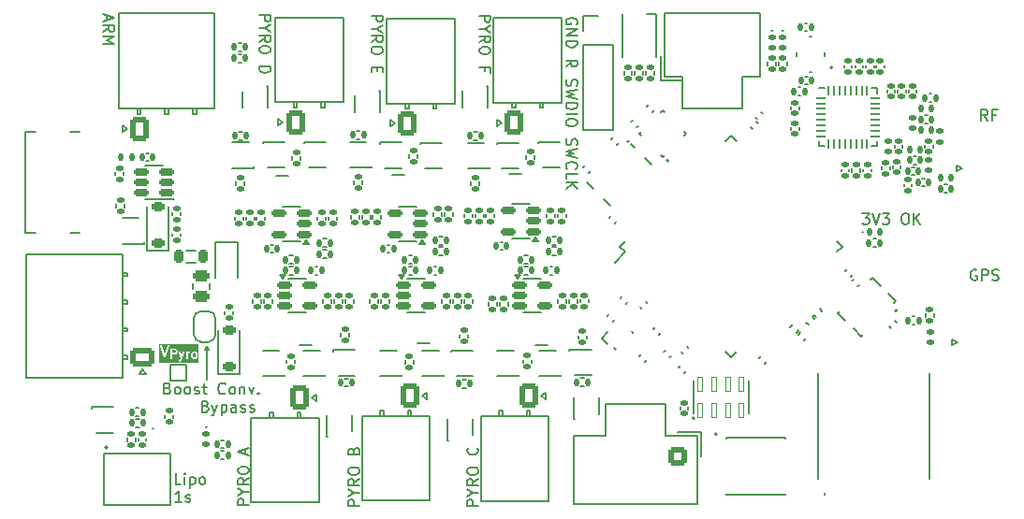
<source format=gto>
G04 #@! TF.GenerationSoftware,KiCad,Pcbnew,8.0.3*
G04 #@! TF.CreationDate,2024-07-31T22:39:35+02:00*
G04 #@! TF.ProjectId,hw-tele-stern,68772d74-656c-4652-9d73-7465726e2e6b,rev2 w/ output diodes*
G04 #@! TF.SameCoordinates,Original*
G04 #@! TF.FileFunction,Legend,Top*
G04 #@! TF.FilePolarity,Positive*
%FSLAX46Y46*%
G04 Gerber Fmt 4.6, Leading zero omitted, Abs format (unit mm)*
G04 Created by KiCad (PCBNEW 8.0.3) date 2024-07-31 22:39:35*
%MOMM*%
%LPD*%
G01*
G04 APERTURE LIST*
G04 Aperture macros list*
%AMRoundRect*
0 Rectangle with rounded corners*
0 $1 Rounding radius*
0 $2 $3 $4 $5 $6 $7 $8 $9 X,Y pos of 4 corners*
0 Add a 4 corners polygon primitive as box body*
4,1,4,$2,$3,$4,$5,$6,$7,$8,$9,$2,$3,0*
0 Add four circle primitives for the rounded corners*
1,1,$1+$1,$2,$3*
1,1,$1+$1,$4,$5*
1,1,$1+$1,$6,$7*
1,1,$1+$1,$8,$9*
0 Add four rect primitives between the rounded corners*
20,1,$1+$1,$2,$3,$4,$5,0*
20,1,$1+$1,$4,$5,$6,$7,0*
20,1,$1+$1,$6,$7,$8,$9,0*
20,1,$1+$1,$8,$9,$2,$3,0*%
%AMRotRect*
0 Rectangle, with rotation*
0 The origin of the aperture is its center*
0 $1 length*
0 $2 width*
0 $3 Rotation angle, in degrees counterclockwise*
0 Add horizontal line*
21,1,$1,$2,0,0,$3*%
%AMFreePoly0*
4,1,15,1.100000,0.175000,0.750000,0.175000,0.750000,-0.175000,1.100000,-0.175000,1.100000,-0.475000,0.750000,-0.475000,-0.750000,-0.475000,-1.100000,-0.475000,-1.100000,-0.175000,-0.750000,-0.175000,-0.750000,0.175000,-1.100000,0.175000,-1.100000,0.475000,1.100000,0.475000,1.100000,0.175000,1.100000,0.175000,$1*%
%AMFreePoly1*
4,1,22,0.695671,0.830970,0.776777,0.776777,0.830970,0.695671,0.850000,0.600000,0.850000,-0.600000,0.830970,-0.695671,0.776777,-0.776777,0.695671,-0.830970,0.600000,-0.850000,-0.200000,-0.850000,-0.295671,-0.830970,-0.376777,-0.776777,-0.776777,-0.376777,-0.830970,-0.295671,-0.850000,-0.200000,-0.850000,0.600000,-0.830970,0.695671,-0.776777,0.776777,-0.695671,0.830970,-0.600000,0.850000,
0.600000,0.850000,0.695671,0.830970,0.695671,0.830970,$1*%
%AMFreePoly2*
4,1,19,0.500000,-0.750000,0.000000,-0.750000,0.000000,-0.744911,-0.071157,-0.744911,-0.207708,-0.704816,-0.327430,-0.627875,-0.420627,-0.520320,-0.479746,-0.390866,-0.500000,-0.250000,-0.500000,0.250000,-0.479746,0.390866,-0.420627,0.520320,-0.327430,0.627875,-0.207708,0.704816,-0.071157,0.744911,0.000000,0.744911,0.000000,0.750000,0.500000,0.750000,0.500000,-0.750000,0.500000,-0.750000,
$1*%
%AMFreePoly3*
4,1,19,0.000000,0.744911,0.071157,0.744911,0.207708,0.704816,0.327430,0.627875,0.420627,0.520320,0.479746,0.390866,0.500000,0.250000,0.500000,-0.250000,0.479746,-0.390866,0.420627,-0.520320,0.327430,-0.627875,0.207708,-0.704816,0.071157,-0.744911,0.000000,-0.744911,0.000000,-0.750000,-0.500000,-0.750000,-0.500000,0.750000,0.000000,0.750000,0.000000,0.744911,0.000000,0.744911,
$1*%
G04 Aperture macros list end*
%ADD10C,0.155000*%
%ADD11C,0.157501*%
%ADD12R,2.500000X1.500000*%
%ADD13O,2.500000X1.500000*%
%ADD14R,1.150000X1.150000*%
%ADD15C,1.150000*%
%ADD16R,4.190000X2.665000*%
%ADD17R,4.190000X1.780000*%
%ADD18RoundRect,0.021200X0.243800X-0.633800X0.243800X0.633800X-0.243800X0.633800X-0.243800X-0.633800X0*%
%ADD19R,1.610000X0.610000*%
%ADD20R,0.580000X0.300000*%
%ADD21R,0.580000X0.250000*%
%ADD22R,0.350000X0.630000*%
%ADD23RoundRect,0.135000X-0.185000X0.135000X-0.185000X-0.135000X0.185000X-0.135000X0.185000X0.135000X0*%
%ADD24RoundRect,0.140000X-0.219203X-0.021213X-0.021213X-0.219203X0.219203X0.021213X0.021213X0.219203X0*%
%ADD25RoundRect,0.062500X-0.375000X-0.062500X0.375000X-0.062500X0.375000X0.062500X-0.375000X0.062500X0*%
%ADD26RoundRect,0.062500X-0.062500X-0.375000X0.062500X-0.375000X0.062500X0.375000X-0.062500X0.375000X0*%
%ADD27R,3.450000X3.450000*%
%ADD28RoundRect,0.075000X-0.459619X-0.565685X0.565685X0.459619X0.459619X0.565685X-0.565685X-0.459619X0*%
%ADD29RoundRect,0.075000X0.459619X-0.565685X0.565685X-0.459619X-0.459619X0.565685X-0.565685X0.459619X0*%
%ADD30R,0.300000X0.350000*%
%ADD31R,0.235000X0.870000*%
%ADD32FreePoly0,90.000000*%
%ADD33C,1.700000*%
%ADD34RoundRect,0.250000X0.850000X0.600000X-0.850000X0.600000X-0.850000X-0.600000X0.850000X-0.600000X0*%
%ADD35O,2.200000X1.700000*%
%ADD36R,0.350000X0.300000*%
%ADD37R,0.870000X0.235000*%
%ADD38FreePoly0,180.000000*%
%ADD39RoundRect,0.147500X-0.147500X-0.172500X0.147500X-0.172500X0.147500X0.172500X-0.147500X0.172500X0*%
%ADD40RoundRect,0.147500X0.017678X-0.226274X0.226274X-0.017678X-0.017678X0.226274X-0.226274X0.017678X0*%
%ADD41RoundRect,0.140000X0.170000X-0.140000X0.170000X0.140000X-0.170000X0.140000X-0.170000X-0.140000X0*%
%ADD42R,1.150000X1.400000*%
%ADD43FreePoly0,0.000000*%
%ADD44RoundRect,0.135000X0.185000X-0.135000X0.185000X0.135000X-0.185000X0.135000X-0.185000X-0.135000X0*%
%ADD45RoundRect,0.218750X-0.218750X-0.381250X0.218750X-0.381250X0.218750X0.381250X-0.218750X0.381250X0*%
%ADD46RoundRect,0.135000X-0.135000X-0.185000X0.135000X-0.185000X0.135000X0.185000X-0.135000X0.185000X0*%
%ADD47RoundRect,0.135000X-0.035355X0.226274X-0.226274X0.035355X0.035355X-0.226274X0.226274X-0.035355X0*%
%ADD48RoundRect,0.135000X0.135000X0.185000X-0.135000X0.185000X-0.135000X-0.185000X0.135000X-0.185000X0*%
%ADD49RoundRect,0.140000X0.219203X0.021213X0.021213X0.219203X-0.219203X-0.021213X-0.021213X-0.219203X0*%
%ADD50RoundRect,0.140000X-0.140000X-0.170000X0.140000X-0.170000X0.140000X0.170000X-0.140000X0.170000X0*%
%ADD51RoundRect,0.147500X-0.172500X0.147500X-0.172500X-0.147500X0.172500X-0.147500X0.172500X0.147500X0*%
%ADD52RoundRect,0.140000X0.140000X0.170000X-0.140000X0.170000X-0.140000X-0.170000X0.140000X-0.170000X0*%
%ADD53R,1.100000X0.400000*%
%ADD54RoundRect,0.150000X0.512500X0.150000X-0.512500X0.150000X-0.512500X-0.150000X0.512500X-0.150000X0*%
%ADD55RotRect,0.800000X0.900000X45.000000*%
%ADD56RoundRect,0.225000X0.375000X-0.225000X0.375000X0.225000X-0.375000X0.225000X-0.375000X-0.225000X0*%
%ADD57R,1.500000X2.400000*%
%ADD58R,1.500000X1.050000*%
%ADD59RoundRect,0.140000X0.021213X-0.219203X0.219203X-0.021213X-0.021213X0.219203X-0.219203X0.021213X0*%
%ADD60RoundRect,0.147500X0.172500X-0.147500X0.172500X0.147500X-0.172500X0.147500X-0.172500X-0.147500X0*%
%ADD61RoundRect,0.135000X-0.226274X-0.035355X-0.035355X-0.226274X0.226274X0.035355X0.035355X0.226274X0*%
%ADD62RotRect,0.590000X0.350000X135.000000*%
%ADD63RotRect,0.590000X0.350000X45.000000*%
%ADD64RotRect,0.590000X0.350000X315.000000*%
%ADD65RotRect,0.590000X0.350000X225.000000*%
%ADD66RoundRect,0.140000X-0.170000X0.140000X-0.170000X-0.140000X0.170000X-0.140000X0.170000X0.140000X0*%
%ADD67RoundRect,0.135000X0.035355X-0.226274X0.226274X-0.035355X-0.035355X0.226274X-0.226274X0.035355X0*%
%ADD68RoundRect,0.150000X-0.512500X-0.150000X0.512500X-0.150000X0.512500X0.150000X-0.512500X0.150000X0*%
%ADD69RoundRect,0.135000X0.226274X0.035355X0.035355X0.226274X-0.226274X-0.035355X-0.035355X-0.226274X0*%
%ADD70C,5.600000*%
%ADD71RoundRect,0.140000X-0.021213X0.219203X-0.219203X0.021213X0.021213X-0.219203X0.219203X-0.021213X0*%
%ADD72RoundRect,0.250000X-0.600000X0.850000X-0.600000X-0.850000X0.600000X-0.850000X0.600000X0.850000X0*%
%ADD73O,1.700000X2.200000*%
%ADD74C,1.300000*%
%ADD75FreePoly1,90.000000*%
%ADD76FreePoly0,270.000000*%
%ADD77R,0.700000X1.800000*%
%ADD78R,0.800000X1.800000*%
%ADD79O,2.600000X1.300000*%
%ADD80O,2.300000X1.200000*%
%ADD81O,2.300000X1.300000*%
%ADD82R,1.000000X0.520000*%
%ADD83R,1.000000X0.270000*%
%ADD84O,0.600000X0.850000*%
%ADD85R,2.000000X1.000000*%
%ADD86C,0.600000*%
%ADD87R,1.000000X1.000000*%
%ADD88RotRect,0.450000X0.300000X135.000000*%
%ADD89RotRect,0.300000X0.450000X135.000000*%
%ADD90R,1.700000X1.700000*%
%ADD91O,1.700000X1.700000*%
%ADD92FreePoly2,90.000000*%
%ADD93FreePoly3,90.000000*%
%ADD94RoundRect,0.250000X0.475000X-0.250000X0.475000X0.250000X-0.475000X0.250000X-0.475000X-0.250000X0*%
%ADD95R,0.800000X1.000000*%
%ADD96RoundRect,0.250000X0.600000X-0.850000X0.600000X0.850000X-0.600000X0.850000X-0.600000X-0.850000X0*%
%ADD97RoundRect,0.250000X-0.600000X0.600000X-0.600000X-0.600000X0.600000X-0.600000X0.600000X0.600000X0*%
%ADD98R,0.325000X0.300000*%
%ADD99R,0.950000X0.613000*%
G04 APERTURE END LIST*
D10*
X104160000Y-107240000D02*
X104360000Y-107440000D01*
X104160000Y-107240000D02*
X103960000Y-107440000D01*
X104160000Y-110200000D02*
X104160000Y-107240000D01*
X128704559Y-121595237D02*
X127704559Y-121595237D01*
X127704559Y-121595237D02*
X127704559Y-121214285D01*
X127704559Y-121214285D02*
X127752178Y-121119047D01*
X127752178Y-121119047D02*
X127799797Y-121071428D01*
X127799797Y-121071428D02*
X127895035Y-121023809D01*
X127895035Y-121023809D02*
X128037892Y-121023809D01*
X128037892Y-121023809D02*
X128133130Y-121071428D01*
X128133130Y-121071428D02*
X128180749Y-121119047D01*
X128180749Y-121119047D02*
X128228368Y-121214285D01*
X128228368Y-121214285D02*
X128228368Y-121595237D01*
X128228368Y-120404761D02*
X128704559Y-120404761D01*
X127704559Y-120738094D02*
X128228368Y-120404761D01*
X128228368Y-120404761D02*
X127704559Y-120071428D01*
X128704559Y-119166666D02*
X128228368Y-119499999D01*
X128704559Y-119738094D02*
X127704559Y-119738094D01*
X127704559Y-119738094D02*
X127704559Y-119357142D01*
X127704559Y-119357142D02*
X127752178Y-119261904D01*
X127752178Y-119261904D02*
X127799797Y-119214285D01*
X127799797Y-119214285D02*
X127895035Y-119166666D01*
X127895035Y-119166666D02*
X128037892Y-119166666D01*
X128037892Y-119166666D02*
X128133130Y-119214285D01*
X128133130Y-119214285D02*
X128180749Y-119261904D01*
X128180749Y-119261904D02*
X128228368Y-119357142D01*
X128228368Y-119357142D02*
X128228368Y-119738094D01*
X127704559Y-118547618D02*
X127704559Y-118357142D01*
X127704559Y-118357142D02*
X127752178Y-118261904D01*
X127752178Y-118261904D02*
X127847416Y-118166666D01*
X127847416Y-118166666D02*
X128037892Y-118119047D01*
X128037892Y-118119047D02*
X128371225Y-118119047D01*
X128371225Y-118119047D02*
X128561701Y-118166666D01*
X128561701Y-118166666D02*
X128656940Y-118261904D01*
X128656940Y-118261904D02*
X128704559Y-118357142D01*
X128704559Y-118357142D02*
X128704559Y-118547618D01*
X128704559Y-118547618D02*
X128656940Y-118642856D01*
X128656940Y-118642856D02*
X128561701Y-118738094D01*
X128561701Y-118738094D02*
X128371225Y-118785713D01*
X128371225Y-118785713D02*
X128037892Y-118785713D01*
X128037892Y-118785713D02*
X127847416Y-118738094D01*
X127847416Y-118738094D02*
X127752178Y-118642856D01*
X127752178Y-118642856D02*
X127704559Y-118547618D01*
X128609320Y-116357142D02*
X128656940Y-116404761D01*
X128656940Y-116404761D02*
X128704559Y-116547618D01*
X128704559Y-116547618D02*
X128704559Y-116642856D01*
X128704559Y-116642856D02*
X128656940Y-116785713D01*
X128656940Y-116785713D02*
X128561701Y-116880951D01*
X128561701Y-116880951D02*
X128466463Y-116928570D01*
X128466463Y-116928570D02*
X128275987Y-116976189D01*
X128275987Y-116976189D02*
X128133130Y-116976189D01*
X128133130Y-116976189D02*
X127942654Y-116928570D01*
X127942654Y-116928570D02*
X127847416Y-116880951D01*
X127847416Y-116880951D02*
X127752178Y-116785713D01*
X127752178Y-116785713D02*
X127704559Y-116642856D01*
X127704559Y-116642856D02*
X127704559Y-116547618D01*
X127704559Y-116547618D02*
X127752178Y-116404761D01*
X127752178Y-116404761D02*
X127799797Y-116357142D01*
X128795440Y-77226190D02*
X129795440Y-77226190D01*
X129795440Y-77226190D02*
X129795440Y-77607142D01*
X129795440Y-77607142D02*
X129747821Y-77702380D01*
X129747821Y-77702380D02*
X129700202Y-77749999D01*
X129700202Y-77749999D02*
X129604964Y-77797618D01*
X129604964Y-77797618D02*
X129462107Y-77797618D01*
X129462107Y-77797618D02*
X129366869Y-77749999D01*
X129366869Y-77749999D02*
X129319250Y-77702380D01*
X129319250Y-77702380D02*
X129271631Y-77607142D01*
X129271631Y-77607142D02*
X129271631Y-77226190D01*
X129271631Y-78416666D02*
X128795440Y-78416666D01*
X129795440Y-78083333D02*
X129271631Y-78416666D01*
X129271631Y-78416666D02*
X129795440Y-78749999D01*
X128795440Y-79654761D02*
X129271631Y-79321428D01*
X128795440Y-79083333D02*
X129795440Y-79083333D01*
X129795440Y-79083333D02*
X129795440Y-79464285D01*
X129795440Y-79464285D02*
X129747821Y-79559523D01*
X129747821Y-79559523D02*
X129700202Y-79607142D01*
X129700202Y-79607142D02*
X129604964Y-79654761D01*
X129604964Y-79654761D02*
X129462107Y-79654761D01*
X129462107Y-79654761D02*
X129366869Y-79607142D01*
X129366869Y-79607142D02*
X129319250Y-79559523D01*
X129319250Y-79559523D02*
X129271631Y-79464285D01*
X129271631Y-79464285D02*
X129271631Y-79083333D01*
X129795440Y-80273809D02*
X129795440Y-80464285D01*
X129795440Y-80464285D02*
X129747821Y-80559523D01*
X129747821Y-80559523D02*
X129652583Y-80654761D01*
X129652583Y-80654761D02*
X129462107Y-80702380D01*
X129462107Y-80702380D02*
X129128774Y-80702380D01*
X129128774Y-80702380D02*
X128938298Y-80654761D01*
X128938298Y-80654761D02*
X128843060Y-80559523D01*
X128843060Y-80559523D02*
X128795440Y-80464285D01*
X128795440Y-80464285D02*
X128795440Y-80273809D01*
X128795440Y-80273809D02*
X128843060Y-80178571D01*
X128843060Y-80178571D02*
X128938298Y-80083333D01*
X128938298Y-80083333D02*
X129128774Y-80035714D01*
X129128774Y-80035714D02*
X129462107Y-80035714D01*
X129462107Y-80035714D02*
X129652583Y-80083333D01*
X129652583Y-80083333D02*
X129747821Y-80178571D01*
X129747821Y-80178571D02*
X129795440Y-80273809D01*
X129319250Y-82226190D02*
X129319250Y-81892857D01*
X128795440Y-81892857D02*
X129795440Y-81892857D01*
X129795440Y-81892857D02*
X129795440Y-82369047D01*
X117954559Y-121595237D02*
X116954559Y-121595237D01*
X116954559Y-121595237D02*
X116954559Y-121214285D01*
X116954559Y-121214285D02*
X117002178Y-121119047D01*
X117002178Y-121119047D02*
X117049797Y-121071428D01*
X117049797Y-121071428D02*
X117145035Y-121023809D01*
X117145035Y-121023809D02*
X117287892Y-121023809D01*
X117287892Y-121023809D02*
X117383130Y-121071428D01*
X117383130Y-121071428D02*
X117430749Y-121119047D01*
X117430749Y-121119047D02*
X117478368Y-121214285D01*
X117478368Y-121214285D02*
X117478368Y-121595237D01*
X117478368Y-120404761D02*
X117954559Y-120404761D01*
X116954559Y-120738094D02*
X117478368Y-120404761D01*
X117478368Y-120404761D02*
X116954559Y-120071428D01*
X117954559Y-119166666D02*
X117478368Y-119499999D01*
X117954559Y-119738094D02*
X116954559Y-119738094D01*
X116954559Y-119738094D02*
X116954559Y-119357142D01*
X116954559Y-119357142D02*
X117002178Y-119261904D01*
X117002178Y-119261904D02*
X117049797Y-119214285D01*
X117049797Y-119214285D02*
X117145035Y-119166666D01*
X117145035Y-119166666D02*
X117287892Y-119166666D01*
X117287892Y-119166666D02*
X117383130Y-119214285D01*
X117383130Y-119214285D02*
X117430749Y-119261904D01*
X117430749Y-119261904D02*
X117478368Y-119357142D01*
X117478368Y-119357142D02*
X117478368Y-119738094D01*
X116954559Y-118547618D02*
X116954559Y-118357142D01*
X116954559Y-118357142D02*
X117002178Y-118261904D01*
X117002178Y-118261904D02*
X117097416Y-118166666D01*
X117097416Y-118166666D02*
X117287892Y-118119047D01*
X117287892Y-118119047D02*
X117621225Y-118119047D01*
X117621225Y-118119047D02*
X117811701Y-118166666D01*
X117811701Y-118166666D02*
X117906940Y-118261904D01*
X117906940Y-118261904D02*
X117954559Y-118357142D01*
X117954559Y-118357142D02*
X117954559Y-118547618D01*
X117954559Y-118547618D02*
X117906940Y-118642856D01*
X117906940Y-118642856D02*
X117811701Y-118738094D01*
X117811701Y-118738094D02*
X117621225Y-118785713D01*
X117621225Y-118785713D02*
X117287892Y-118785713D01*
X117287892Y-118785713D02*
X117097416Y-118738094D01*
X117097416Y-118738094D02*
X117002178Y-118642856D01*
X117002178Y-118642856D02*
X116954559Y-118547618D01*
X117430749Y-116595237D02*
X117478368Y-116452380D01*
X117478368Y-116452380D02*
X117525987Y-116404761D01*
X117525987Y-116404761D02*
X117621225Y-116357142D01*
X117621225Y-116357142D02*
X117764082Y-116357142D01*
X117764082Y-116357142D02*
X117859320Y-116404761D01*
X117859320Y-116404761D02*
X117906940Y-116452380D01*
X117906940Y-116452380D02*
X117954559Y-116547618D01*
X117954559Y-116547618D02*
X117954559Y-116928570D01*
X117954559Y-116928570D02*
X116954559Y-116928570D01*
X116954559Y-116928570D02*
X116954559Y-116595237D01*
X116954559Y-116595237D02*
X117002178Y-116499999D01*
X117002178Y-116499999D02*
X117049797Y-116452380D01*
X117049797Y-116452380D02*
X117145035Y-116404761D01*
X117145035Y-116404761D02*
X117240273Y-116404761D01*
X117240273Y-116404761D02*
X117335511Y-116452380D01*
X117335511Y-116452380D02*
X117383130Y-116499999D01*
X117383130Y-116499999D02*
X117430749Y-116595237D01*
X117430749Y-116595237D02*
X117430749Y-116928570D01*
X119045440Y-77202381D02*
X120045440Y-77202381D01*
X120045440Y-77202381D02*
X120045440Y-77583333D01*
X120045440Y-77583333D02*
X119997821Y-77678571D01*
X119997821Y-77678571D02*
X119950202Y-77726190D01*
X119950202Y-77726190D02*
X119854964Y-77773809D01*
X119854964Y-77773809D02*
X119712107Y-77773809D01*
X119712107Y-77773809D02*
X119616869Y-77726190D01*
X119616869Y-77726190D02*
X119569250Y-77678571D01*
X119569250Y-77678571D02*
X119521631Y-77583333D01*
X119521631Y-77583333D02*
X119521631Y-77202381D01*
X119521631Y-78392857D02*
X119045440Y-78392857D01*
X120045440Y-78059524D02*
X119521631Y-78392857D01*
X119521631Y-78392857D02*
X120045440Y-78726190D01*
X119045440Y-79630952D02*
X119521631Y-79297619D01*
X119045440Y-79059524D02*
X120045440Y-79059524D01*
X120045440Y-79059524D02*
X120045440Y-79440476D01*
X120045440Y-79440476D02*
X119997821Y-79535714D01*
X119997821Y-79535714D02*
X119950202Y-79583333D01*
X119950202Y-79583333D02*
X119854964Y-79630952D01*
X119854964Y-79630952D02*
X119712107Y-79630952D01*
X119712107Y-79630952D02*
X119616869Y-79583333D01*
X119616869Y-79583333D02*
X119569250Y-79535714D01*
X119569250Y-79535714D02*
X119521631Y-79440476D01*
X119521631Y-79440476D02*
X119521631Y-79059524D01*
X120045440Y-80250000D02*
X120045440Y-80440476D01*
X120045440Y-80440476D02*
X119997821Y-80535714D01*
X119997821Y-80535714D02*
X119902583Y-80630952D01*
X119902583Y-80630952D02*
X119712107Y-80678571D01*
X119712107Y-80678571D02*
X119378774Y-80678571D01*
X119378774Y-80678571D02*
X119188298Y-80630952D01*
X119188298Y-80630952D02*
X119093060Y-80535714D01*
X119093060Y-80535714D02*
X119045440Y-80440476D01*
X119045440Y-80440476D02*
X119045440Y-80250000D01*
X119045440Y-80250000D02*
X119093060Y-80154762D01*
X119093060Y-80154762D02*
X119188298Y-80059524D01*
X119188298Y-80059524D02*
X119378774Y-80011905D01*
X119378774Y-80011905D02*
X119712107Y-80011905D01*
X119712107Y-80011905D02*
X119902583Y-80059524D01*
X119902583Y-80059524D02*
X119997821Y-80154762D01*
X119997821Y-80154762D02*
X120045440Y-80250000D01*
X119569250Y-81869048D02*
X119569250Y-82202381D01*
X119045440Y-82345238D02*
X119045440Y-81869048D01*
X119045440Y-81869048D02*
X120045440Y-81869048D01*
X120045440Y-81869048D02*
X120045440Y-82345238D01*
X107954559Y-121523809D02*
X106954559Y-121523809D01*
X106954559Y-121523809D02*
X106954559Y-121142857D01*
X106954559Y-121142857D02*
X107002178Y-121047619D01*
X107002178Y-121047619D02*
X107049797Y-121000000D01*
X107049797Y-121000000D02*
X107145035Y-120952381D01*
X107145035Y-120952381D02*
X107287892Y-120952381D01*
X107287892Y-120952381D02*
X107383130Y-121000000D01*
X107383130Y-121000000D02*
X107430749Y-121047619D01*
X107430749Y-121047619D02*
X107478368Y-121142857D01*
X107478368Y-121142857D02*
X107478368Y-121523809D01*
X107478368Y-120333333D02*
X107954559Y-120333333D01*
X106954559Y-120666666D02*
X107478368Y-120333333D01*
X107478368Y-120333333D02*
X106954559Y-120000000D01*
X107954559Y-119095238D02*
X107478368Y-119428571D01*
X107954559Y-119666666D02*
X106954559Y-119666666D01*
X106954559Y-119666666D02*
X106954559Y-119285714D01*
X106954559Y-119285714D02*
X107002178Y-119190476D01*
X107002178Y-119190476D02*
X107049797Y-119142857D01*
X107049797Y-119142857D02*
X107145035Y-119095238D01*
X107145035Y-119095238D02*
X107287892Y-119095238D01*
X107287892Y-119095238D02*
X107383130Y-119142857D01*
X107383130Y-119142857D02*
X107430749Y-119190476D01*
X107430749Y-119190476D02*
X107478368Y-119285714D01*
X107478368Y-119285714D02*
X107478368Y-119666666D01*
X106954559Y-118476190D02*
X106954559Y-118285714D01*
X106954559Y-118285714D02*
X107002178Y-118190476D01*
X107002178Y-118190476D02*
X107097416Y-118095238D01*
X107097416Y-118095238D02*
X107287892Y-118047619D01*
X107287892Y-118047619D02*
X107621225Y-118047619D01*
X107621225Y-118047619D02*
X107811701Y-118095238D01*
X107811701Y-118095238D02*
X107906940Y-118190476D01*
X107906940Y-118190476D02*
X107954559Y-118285714D01*
X107954559Y-118285714D02*
X107954559Y-118476190D01*
X107954559Y-118476190D02*
X107906940Y-118571428D01*
X107906940Y-118571428D02*
X107811701Y-118666666D01*
X107811701Y-118666666D02*
X107621225Y-118714285D01*
X107621225Y-118714285D02*
X107287892Y-118714285D01*
X107287892Y-118714285D02*
X107097416Y-118666666D01*
X107097416Y-118666666D02*
X107002178Y-118571428D01*
X107002178Y-118571428D02*
X106954559Y-118476190D01*
X107668844Y-116904761D02*
X107668844Y-116428571D01*
X107954559Y-116999999D02*
X106954559Y-116666666D01*
X106954559Y-116666666D02*
X107954559Y-116333333D01*
X95081155Y-77190476D02*
X95081155Y-77666666D01*
X94795440Y-77095238D02*
X95795440Y-77428571D01*
X95795440Y-77428571D02*
X94795440Y-77761904D01*
X94795440Y-78666666D02*
X95271631Y-78333333D01*
X94795440Y-78095238D02*
X95795440Y-78095238D01*
X95795440Y-78095238D02*
X95795440Y-78476190D01*
X95795440Y-78476190D02*
X95747821Y-78571428D01*
X95747821Y-78571428D02*
X95700202Y-78619047D01*
X95700202Y-78619047D02*
X95604964Y-78666666D01*
X95604964Y-78666666D02*
X95462107Y-78666666D01*
X95462107Y-78666666D02*
X95366869Y-78619047D01*
X95366869Y-78619047D02*
X95319250Y-78571428D01*
X95319250Y-78571428D02*
X95271631Y-78476190D01*
X95271631Y-78476190D02*
X95271631Y-78095238D01*
X94795440Y-79095238D02*
X95795440Y-79095238D01*
X95795440Y-79095238D02*
X95081155Y-79428571D01*
X95081155Y-79428571D02*
X95795440Y-79761904D01*
X95795440Y-79761904D02*
X94795440Y-79761904D01*
X163444830Y-95119559D02*
X164063877Y-95119559D01*
X164063877Y-95119559D02*
X163730544Y-95500511D01*
X163730544Y-95500511D02*
X163873401Y-95500511D01*
X163873401Y-95500511D02*
X163968639Y-95548130D01*
X163968639Y-95548130D02*
X164016258Y-95595749D01*
X164016258Y-95595749D02*
X164063877Y-95690987D01*
X164063877Y-95690987D02*
X164063877Y-95929082D01*
X164063877Y-95929082D02*
X164016258Y-96024320D01*
X164016258Y-96024320D02*
X163968639Y-96071940D01*
X163968639Y-96071940D02*
X163873401Y-96119559D01*
X163873401Y-96119559D02*
X163587687Y-96119559D01*
X163587687Y-96119559D02*
X163492449Y-96071940D01*
X163492449Y-96071940D02*
X163444830Y-96024320D01*
X164349592Y-95119559D02*
X164682925Y-96119559D01*
X164682925Y-96119559D02*
X165016258Y-95119559D01*
X165254354Y-95119559D02*
X165873401Y-95119559D01*
X165873401Y-95119559D02*
X165540068Y-95500511D01*
X165540068Y-95500511D02*
X165682925Y-95500511D01*
X165682925Y-95500511D02*
X165778163Y-95548130D01*
X165778163Y-95548130D02*
X165825782Y-95595749D01*
X165825782Y-95595749D02*
X165873401Y-95690987D01*
X165873401Y-95690987D02*
X165873401Y-95929082D01*
X165873401Y-95929082D02*
X165825782Y-96024320D01*
X165825782Y-96024320D02*
X165778163Y-96071940D01*
X165778163Y-96071940D02*
X165682925Y-96119559D01*
X165682925Y-96119559D02*
X165397211Y-96119559D01*
X165397211Y-96119559D02*
X165301973Y-96071940D01*
X165301973Y-96071940D02*
X165254354Y-96024320D01*
X167254354Y-95119559D02*
X167444830Y-95119559D01*
X167444830Y-95119559D02*
X167540068Y-95167178D01*
X167540068Y-95167178D02*
X167635306Y-95262416D01*
X167635306Y-95262416D02*
X167682925Y-95452892D01*
X167682925Y-95452892D02*
X167682925Y-95786225D01*
X167682925Y-95786225D02*
X167635306Y-95976701D01*
X167635306Y-95976701D02*
X167540068Y-96071940D01*
X167540068Y-96071940D02*
X167444830Y-96119559D01*
X167444830Y-96119559D02*
X167254354Y-96119559D01*
X167254354Y-96119559D02*
X167159116Y-96071940D01*
X167159116Y-96071940D02*
X167063878Y-95976701D01*
X167063878Y-95976701D02*
X167016259Y-95786225D01*
X167016259Y-95786225D02*
X167016259Y-95452892D01*
X167016259Y-95452892D02*
X167063878Y-95262416D01*
X167063878Y-95262416D02*
X167159116Y-95167178D01*
X167159116Y-95167178D02*
X167254354Y-95119559D01*
X168111497Y-96119559D02*
X168111497Y-95119559D01*
X168682925Y-96119559D02*
X168254354Y-95548130D01*
X168682925Y-95119559D02*
X168111497Y-95690987D01*
X101816258Y-119649587D02*
X101340068Y-119649587D01*
X101340068Y-119649587D02*
X101340068Y-118649587D01*
X102149592Y-119649587D02*
X102149592Y-118982920D01*
X102149592Y-118649587D02*
X102101973Y-118697206D01*
X102101973Y-118697206D02*
X102149592Y-118744825D01*
X102149592Y-118744825D02*
X102197211Y-118697206D01*
X102197211Y-118697206D02*
X102149592Y-118649587D01*
X102149592Y-118649587D02*
X102149592Y-118744825D01*
X102625782Y-118982920D02*
X102625782Y-119982920D01*
X102625782Y-119030539D02*
X102721020Y-118982920D01*
X102721020Y-118982920D02*
X102911496Y-118982920D01*
X102911496Y-118982920D02*
X103006734Y-119030539D01*
X103006734Y-119030539D02*
X103054353Y-119078158D01*
X103054353Y-119078158D02*
X103101972Y-119173396D01*
X103101972Y-119173396D02*
X103101972Y-119459110D01*
X103101972Y-119459110D02*
X103054353Y-119554348D01*
X103054353Y-119554348D02*
X103006734Y-119601968D01*
X103006734Y-119601968D02*
X102911496Y-119649587D01*
X102911496Y-119649587D02*
X102721020Y-119649587D01*
X102721020Y-119649587D02*
X102625782Y-119601968D01*
X103673401Y-119649587D02*
X103578163Y-119601968D01*
X103578163Y-119601968D02*
X103530544Y-119554348D01*
X103530544Y-119554348D02*
X103482925Y-119459110D01*
X103482925Y-119459110D02*
X103482925Y-119173396D01*
X103482925Y-119173396D02*
X103530544Y-119078158D01*
X103530544Y-119078158D02*
X103578163Y-119030539D01*
X103578163Y-119030539D02*
X103673401Y-118982920D01*
X103673401Y-118982920D02*
X103816258Y-118982920D01*
X103816258Y-118982920D02*
X103911496Y-119030539D01*
X103911496Y-119030539D02*
X103959115Y-119078158D01*
X103959115Y-119078158D02*
X104006734Y-119173396D01*
X104006734Y-119173396D02*
X104006734Y-119459110D01*
X104006734Y-119459110D02*
X103959115Y-119554348D01*
X103959115Y-119554348D02*
X103911496Y-119601968D01*
X103911496Y-119601968D02*
X103816258Y-119649587D01*
X103816258Y-119649587D02*
X103673401Y-119649587D01*
X101863877Y-121259531D02*
X101292449Y-121259531D01*
X101578163Y-121259531D02*
X101578163Y-120259531D01*
X101578163Y-120259531D02*
X101482925Y-120402388D01*
X101482925Y-120402388D02*
X101387687Y-120497626D01*
X101387687Y-120497626D02*
X101292449Y-120545245D01*
X102244830Y-121211912D02*
X102340068Y-121259531D01*
X102340068Y-121259531D02*
X102530544Y-121259531D01*
X102530544Y-121259531D02*
X102625782Y-121211912D01*
X102625782Y-121211912D02*
X102673401Y-121116673D01*
X102673401Y-121116673D02*
X102673401Y-121069054D01*
X102673401Y-121069054D02*
X102625782Y-120973816D01*
X102625782Y-120973816D02*
X102530544Y-120926197D01*
X102530544Y-120926197D02*
X102387687Y-120926197D01*
X102387687Y-120926197D02*
X102292449Y-120878578D01*
X102292449Y-120878578D02*
X102244830Y-120783340D01*
X102244830Y-120783340D02*
X102244830Y-120735721D01*
X102244830Y-120735721D02*
X102292449Y-120640483D01*
X102292449Y-120640483D02*
X102387687Y-120592864D01*
X102387687Y-120592864D02*
X102530544Y-120592864D01*
X102530544Y-120592864D02*
X102625782Y-120640483D01*
X108920909Y-77154762D02*
X109920909Y-77154762D01*
X109920909Y-77154762D02*
X109920909Y-77535714D01*
X109920909Y-77535714D02*
X109873290Y-77630952D01*
X109873290Y-77630952D02*
X109825671Y-77678571D01*
X109825671Y-77678571D02*
X109730433Y-77726190D01*
X109730433Y-77726190D02*
X109587576Y-77726190D01*
X109587576Y-77726190D02*
X109492338Y-77678571D01*
X109492338Y-77678571D02*
X109444719Y-77630952D01*
X109444719Y-77630952D02*
X109397100Y-77535714D01*
X109397100Y-77535714D02*
X109397100Y-77154762D01*
X109397100Y-78345238D02*
X108920909Y-78345238D01*
X109920909Y-78011905D02*
X109397100Y-78345238D01*
X109397100Y-78345238D02*
X109920909Y-78678571D01*
X108920909Y-79583333D02*
X109397100Y-79250000D01*
X108920909Y-79011905D02*
X109920909Y-79011905D01*
X109920909Y-79011905D02*
X109920909Y-79392857D01*
X109920909Y-79392857D02*
X109873290Y-79488095D01*
X109873290Y-79488095D02*
X109825671Y-79535714D01*
X109825671Y-79535714D02*
X109730433Y-79583333D01*
X109730433Y-79583333D02*
X109587576Y-79583333D01*
X109587576Y-79583333D02*
X109492338Y-79535714D01*
X109492338Y-79535714D02*
X109444719Y-79488095D01*
X109444719Y-79488095D02*
X109397100Y-79392857D01*
X109397100Y-79392857D02*
X109397100Y-79011905D01*
X109920909Y-80202381D02*
X109920909Y-80392857D01*
X109920909Y-80392857D02*
X109873290Y-80488095D01*
X109873290Y-80488095D02*
X109778052Y-80583333D01*
X109778052Y-80583333D02*
X109587576Y-80630952D01*
X109587576Y-80630952D02*
X109254243Y-80630952D01*
X109254243Y-80630952D02*
X109063767Y-80583333D01*
X109063767Y-80583333D02*
X108968529Y-80488095D01*
X108968529Y-80488095D02*
X108920909Y-80392857D01*
X108920909Y-80392857D02*
X108920909Y-80202381D01*
X108920909Y-80202381D02*
X108968529Y-80107143D01*
X108968529Y-80107143D02*
X109063767Y-80011905D01*
X109063767Y-80011905D02*
X109254243Y-79964286D01*
X109254243Y-79964286D02*
X109587576Y-79964286D01*
X109587576Y-79964286D02*
X109778052Y-80011905D01*
X109778052Y-80011905D02*
X109873290Y-80107143D01*
X109873290Y-80107143D02*
X109920909Y-80202381D01*
X108920909Y-81821429D02*
X109920909Y-81821429D01*
X109920909Y-81821429D02*
X109920909Y-82059524D01*
X109920909Y-82059524D02*
X109873290Y-82202381D01*
X109873290Y-82202381D02*
X109778052Y-82297619D01*
X109778052Y-82297619D02*
X109682814Y-82345238D01*
X109682814Y-82345238D02*
X109492338Y-82392857D01*
X109492338Y-82392857D02*
X109349481Y-82392857D01*
X109349481Y-82392857D02*
X109159005Y-82345238D01*
X109159005Y-82345238D02*
X109063767Y-82297619D01*
X109063767Y-82297619D02*
X108968529Y-82202381D01*
X108968529Y-82202381D02*
X108920909Y-82059524D01*
X108920909Y-82059524D02*
X108920909Y-81821429D01*
X137597821Y-77993333D02*
X137645440Y-77898095D01*
X137645440Y-77898095D02*
X137645440Y-77755238D01*
X137645440Y-77755238D02*
X137597821Y-77612381D01*
X137597821Y-77612381D02*
X137502583Y-77517143D01*
X137502583Y-77517143D02*
X137407345Y-77469524D01*
X137407345Y-77469524D02*
X137216869Y-77421905D01*
X137216869Y-77421905D02*
X137074012Y-77421905D01*
X137074012Y-77421905D02*
X136883536Y-77469524D01*
X136883536Y-77469524D02*
X136788298Y-77517143D01*
X136788298Y-77517143D02*
X136693060Y-77612381D01*
X136693060Y-77612381D02*
X136645440Y-77755238D01*
X136645440Y-77755238D02*
X136645440Y-77850476D01*
X136645440Y-77850476D02*
X136693060Y-77993333D01*
X136693060Y-77993333D02*
X136740679Y-78040952D01*
X136740679Y-78040952D02*
X137074012Y-78040952D01*
X137074012Y-78040952D02*
X137074012Y-77850476D01*
X136645440Y-78469524D02*
X137645440Y-78469524D01*
X137645440Y-78469524D02*
X136645440Y-79040952D01*
X136645440Y-79040952D02*
X137645440Y-79040952D01*
X136645440Y-79517143D02*
X137645440Y-79517143D01*
X137645440Y-79517143D02*
X137645440Y-79755238D01*
X137645440Y-79755238D02*
X137597821Y-79898095D01*
X137597821Y-79898095D02*
X137502583Y-79993333D01*
X137502583Y-79993333D02*
X137407345Y-80040952D01*
X137407345Y-80040952D02*
X137216869Y-80088571D01*
X137216869Y-80088571D02*
X137074012Y-80088571D01*
X137074012Y-80088571D02*
X136883536Y-80040952D01*
X136883536Y-80040952D02*
X136788298Y-79993333D01*
X136788298Y-79993333D02*
X136693060Y-79898095D01*
X136693060Y-79898095D02*
X136645440Y-79755238D01*
X136645440Y-79755238D02*
X136645440Y-79517143D01*
X136645440Y-81850476D02*
X137121631Y-81517143D01*
X136645440Y-81279048D02*
X137645440Y-81279048D01*
X137645440Y-81279048D02*
X137645440Y-81660000D01*
X137645440Y-81660000D02*
X137597821Y-81755238D01*
X137597821Y-81755238D02*
X137550202Y-81802857D01*
X137550202Y-81802857D02*
X137454964Y-81850476D01*
X137454964Y-81850476D02*
X137312107Y-81850476D01*
X137312107Y-81850476D02*
X137216869Y-81802857D01*
X137216869Y-81802857D02*
X137169250Y-81755238D01*
X137169250Y-81755238D02*
X137121631Y-81660000D01*
X137121631Y-81660000D02*
X137121631Y-81279048D01*
X136693060Y-82993334D02*
X136645440Y-83136191D01*
X136645440Y-83136191D02*
X136645440Y-83374286D01*
X136645440Y-83374286D02*
X136693060Y-83469524D01*
X136693060Y-83469524D02*
X136740679Y-83517143D01*
X136740679Y-83517143D02*
X136835917Y-83564762D01*
X136835917Y-83564762D02*
X136931155Y-83564762D01*
X136931155Y-83564762D02*
X137026393Y-83517143D01*
X137026393Y-83517143D02*
X137074012Y-83469524D01*
X137074012Y-83469524D02*
X137121631Y-83374286D01*
X137121631Y-83374286D02*
X137169250Y-83183810D01*
X137169250Y-83183810D02*
X137216869Y-83088572D01*
X137216869Y-83088572D02*
X137264488Y-83040953D01*
X137264488Y-83040953D02*
X137359726Y-82993334D01*
X137359726Y-82993334D02*
X137454964Y-82993334D01*
X137454964Y-82993334D02*
X137550202Y-83040953D01*
X137550202Y-83040953D02*
X137597821Y-83088572D01*
X137597821Y-83088572D02*
X137645440Y-83183810D01*
X137645440Y-83183810D02*
X137645440Y-83421905D01*
X137645440Y-83421905D02*
X137597821Y-83564762D01*
X137645440Y-83898096D02*
X136645440Y-84136191D01*
X136645440Y-84136191D02*
X137359726Y-84326667D01*
X137359726Y-84326667D02*
X136645440Y-84517143D01*
X136645440Y-84517143D02*
X137645440Y-84755239D01*
X136645440Y-85136191D02*
X137645440Y-85136191D01*
X137645440Y-85136191D02*
X137645440Y-85374286D01*
X137645440Y-85374286D02*
X137597821Y-85517143D01*
X137597821Y-85517143D02*
X137502583Y-85612381D01*
X137502583Y-85612381D02*
X137407345Y-85660000D01*
X137407345Y-85660000D02*
X137216869Y-85707619D01*
X137216869Y-85707619D02*
X137074012Y-85707619D01*
X137074012Y-85707619D02*
X136883536Y-85660000D01*
X136883536Y-85660000D02*
X136788298Y-85612381D01*
X136788298Y-85612381D02*
X136693060Y-85517143D01*
X136693060Y-85517143D02*
X136645440Y-85374286D01*
X136645440Y-85374286D02*
X136645440Y-85136191D01*
X136645440Y-86136191D02*
X137645440Y-86136191D01*
X137645440Y-86802857D02*
X137645440Y-86993333D01*
X137645440Y-86993333D02*
X137597821Y-87088571D01*
X137597821Y-87088571D02*
X137502583Y-87183809D01*
X137502583Y-87183809D02*
X137312107Y-87231428D01*
X137312107Y-87231428D02*
X136978774Y-87231428D01*
X136978774Y-87231428D02*
X136788298Y-87183809D01*
X136788298Y-87183809D02*
X136693060Y-87088571D01*
X136693060Y-87088571D02*
X136645440Y-86993333D01*
X136645440Y-86993333D02*
X136645440Y-86802857D01*
X136645440Y-86802857D02*
X136693060Y-86707619D01*
X136693060Y-86707619D02*
X136788298Y-86612381D01*
X136788298Y-86612381D02*
X136978774Y-86564762D01*
X136978774Y-86564762D02*
X137312107Y-86564762D01*
X137312107Y-86564762D02*
X137502583Y-86612381D01*
X137502583Y-86612381D02*
X137597821Y-86707619D01*
X137597821Y-86707619D02*
X137645440Y-86802857D01*
X136693060Y-88374286D02*
X136645440Y-88517143D01*
X136645440Y-88517143D02*
X136645440Y-88755238D01*
X136645440Y-88755238D02*
X136693060Y-88850476D01*
X136693060Y-88850476D02*
X136740679Y-88898095D01*
X136740679Y-88898095D02*
X136835917Y-88945714D01*
X136835917Y-88945714D02*
X136931155Y-88945714D01*
X136931155Y-88945714D02*
X137026393Y-88898095D01*
X137026393Y-88898095D02*
X137074012Y-88850476D01*
X137074012Y-88850476D02*
X137121631Y-88755238D01*
X137121631Y-88755238D02*
X137169250Y-88564762D01*
X137169250Y-88564762D02*
X137216869Y-88469524D01*
X137216869Y-88469524D02*
X137264488Y-88421905D01*
X137264488Y-88421905D02*
X137359726Y-88374286D01*
X137359726Y-88374286D02*
X137454964Y-88374286D01*
X137454964Y-88374286D02*
X137550202Y-88421905D01*
X137550202Y-88421905D02*
X137597821Y-88469524D01*
X137597821Y-88469524D02*
X137645440Y-88564762D01*
X137645440Y-88564762D02*
X137645440Y-88802857D01*
X137645440Y-88802857D02*
X137597821Y-88945714D01*
X137645440Y-89279048D02*
X136645440Y-89517143D01*
X136645440Y-89517143D02*
X137359726Y-89707619D01*
X137359726Y-89707619D02*
X136645440Y-89898095D01*
X136645440Y-89898095D02*
X137645440Y-90136191D01*
X136740679Y-91088571D02*
X136693060Y-91040952D01*
X136693060Y-91040952D02*
X136645440Y-90898095D01*
X136645440Y-90898095D02*
X136645440Y-90802857D01*
X136645440Y-90802857D02*
X136693060Y-90660000D01*
X136693060Y-90660000D02*
X136788298Y-90564762D01*
X136788298Y-90564762D02*
X136883536Y-90517143D01*
X136883536Y-90517143D02*
X137074012Y-90469524D01*
X137074012Y-90469524D02*
X137216869Y-90469524D01*
X137216869Y-90469524D02*
X137407345Y-90517143D01*
X137407345Y-90517143D02*
X137502583Y-90564762D01*
X137502583Y-90564762D02*
X137597821Y-90660000D01*
X137597821Y-90660000D02*
X137645440Y-90802857D01*
X137645440Y-90802857D02*
X137645440Y-90898095D01*
X137645440Y-90898095D02*
X137597821Y-91040952D01*
X137597821Y-91040952D02*
X137550202Y-91088571D01*
X136645440Y-91993333D02*
X136645440Y-91517143D01*
X136645440Y-91517143D02*
X137645440Y-91517143D01*
X136645440Y-92326667D02*
X137645440Y-92326667D01*
X136645440Y-92898095D02*
X137216869Y-92469524D01*
X137645440Y-92898095D02*
X137074012Y-92326667D01*
X173785714Y-100252178D02*
X173690476Y-100204559D01*
X173690476Y-100204559D02*
X173547619Y-100204559D01*
X173547619Y-100204559D02*
X173404762Y-100252178D01*
X173404762Y-100252178D02*
X173309524Y-100347416D01*
X173309524Y-100347416D02*
X173261905Y-100442654D01*
X173261905Y-100442654D02*
X173214286Y-100633130D01*
X173214286Y-100633130D02*
X173214286Y-100775987D01*
X173214286Y-100775987D02*
X173261905Y-100966463D01*
X173261905Y-100966463D02*
X173309524Y-101061701D01*
X173309524Y-101061701D02*
X173404762Y-101156940D01*
X173404762Y-101156940D02*
X173547619Y-101204559D01*
X173547619Y-101204559D02*
X173642857Y-101204559D01*
X173642857Y-101204559D02*
X173785714Y-101156940D01*
X173785714Y-101156940D02*
X173833333Y-101109320D01*
X173833333Y-101109320D02*
X173833333Y-100775987D01*
X173833333Y-100775987D02*
X173642857Y-100775987D01*
X174261905Y-101204559D02*
X174261905Y-100204559D01*
X174261905Y-100204559D02*
X174642857Y-100204559D01*
X174642857Y-100204559D02*
X174738095Y-100252178D01*
X174738095Y-100252178D02*
X174785714Y-100299797D01*
X174785714Y-100299797D02*
X174833333Y-100395035D01*
X174833333Y-100395035D02*
X174833333Y-100537892D01*
X174833333Y-100537892D02*
X174785714Y-100633130D01*
X174785714Y-100633130D02*
X174738095Y-100680749D01*
X174738095Y-100680749D02*
X174642857Y-100728368D01*
X174642857Y-100728368D02*
X174261905Y-100728368D01*
X175214286Y-101156940D02*
X175357143Y-101204559D01*
X175357143Y-101204559D02*
X175595238Y-101204559D01*
X175595238Y-101204559D02*
X175690476Y-101156940D01*
X175690476Y-101156940D02*
X175738095Y-101109320D01*
X175738095Y-101109320D02*
X175785714Y-101014082D01*
X175785714Y-101014082D02*
X175785714Y-100918844D01*
X175785714Y-100918844D02*
X175738095Y-100823606D01*
X175738095Y-100823606D02*
X175690476Y-100775987D01*
X175690476Y-100775987D02*
X175595238Y-100728368D01*
X175595238Y-100728368D02*
X175404762Y-100680749D01*
X175404762Y-100680749D02*
X175309524Y-100633130D01*
X175309524Y-100633130D02*
X175261905Y-100585511D01*
X175261905Y-100585511D02*
X175214286Y-100490273D01*
X175214286Y-100490273D02*
X175214286Y-100395035D01*
X175214286Y-100395035D02*
X175261905Y-100299797D01*
X175261905Y-100299797D02*
X175309524Y-100252178D01*
X175309524Y-100252178D02*
X175404762Y-100204559D01*
X175404762Y-100204559D02*
X175642857Y-100204559D01*
X175642857Y-100204559D02*
X175785714Y-100252178D01*
X174780952Y-86704559D02*
X174447619Y-86228368D01*
X174209524Y-86704559D02*
X174209524Y-85704559D01*
X174209524Y-85704559D02*
X174590476Y-85704559D01*
X174590476Y-85704559D02*
X174685714Y-85752178D01*
X174685714Y-85752178D02*
X174733333Y-85799797D01*
X174733333Y-85799797D02*
X174780952Y-85895035D01*
X174780952Y-85895035D02*
X174780952Y-86037892D01*
X174780952Y-86037892D02*
X174733333Y-86133130D01*
X174733333Y-86133130D02*
X174685714Y-86180749D01*
X174685714Y-86180749D02*
X174590476Y-86228368D01*
X174590476Y-86228368D02*
X174209524Y-86228368D01*
X175542857Y-86180749D02*
X175209524Y-86180749D01*
X175209524Y-86704559D02*
X175209524Y-85704559D01*
X175209524Y-85704559D02*
X175685714Y-85704559D01*
X100621428Y-110965805D02*
X100764285Y-111013424D01*
X100764285Y-111013424D02*
X100811904Y-111061043D01*
X100811904Y-111061043D02*
X100859523Y-111156281D01*
X100859523Y-111156281D02*
X100859523Y-111299138D01*
X100859523Y-111299138D02*
X100811904Y-111394376D01*
X100811904Y-111394376D02*
X100764285Y-111441996D01*
X100764285Y-111441996D02*
X100669047Y-111489615D01*
X100669047Y-111489615D02*
X100288095Y-111489615D01*
X100288095Y-111489615D02*
X100288095Y-110489615D01*
X100288095Y-110489615D02*
X100621428Y-110489615D01*
X100621428Y-110489615D02*
X100716666Y-110537234D01*
X100716666Y-110537234D02*
X100764285Y-110584853D01*
X100764285Y-110584853D02*
X100811904Y-110680091D01*
X100811904Y-110680091D02*
X100811904Y-110775329D01*
X100811904Y-110775329D02*
X100764285Y-110870567D01*
X100764285Y-110870567D02*
X100716666Y-110918186D01*
X100716666Y-110918186D02*
X100621428Y-110965805D01*
X100621428Y-110965805D02*
X100288095Y-110965805D01*
X101430952Y-111489615D02*
X101335714Y-111441996D01*
X101335714Y-111441996D02*
X101288095Y-111394376D01*
X101288095Y-111394376D02*
X101240476Y-111299138D01*
X101240476Y-111299138D02*
X101240476Y-111013424D01*
X101240476Y-111013424D02*
X101288095Y-110918186D01*
X101288095Y-110918186D02*
X101335714Y-110870567D01*
X101335714Y-110870567D02*
X101430952Y-110822948D01*
X101430952Y-110822948D02*
X101573809Y-110822948D01*
X101573809Y-110822948D02*
X101669047Y-110870567D01*
X101669047Y-110870567D02*
X101716666Y-110918186D01*
X101716666Y-110918186D02*
X101764285Y-111013424D01*
X101764285Y-111013424D02*
X101764285Y-111299138D01*
X101764285Y-111299138D02*
X101716666Y-111394376D01*
X101716666Y-111394376D02*
X101669047Y-111441996D01*
X101669047Y-111441996D02*
X101573809Y-111489615D01*
X101573809Y-111489615D02*
X101430952Y-111489615D01*
X102335714Y-111489615D02*
X102240476Y-111441996D01*
X102240476Y-111441996D02*
X102192857Y-111394376D01*
X102192857Y-111394376D02*
X102145238Y-111299138D01*
X102145238Y-111299138D02*
X102145238Y-111013424D01*
X102145238Y-111013424D02*
X102192857Y-110918186D01*
X102192857Y-110918186D02*
X102240476Y-110870567D01*
X102240476Y-110870567D02*
X102335714Y-110822948D01*
X102335714Y-110822948D02*
X102478571Y-110822948D01*
X102478571Y-110822948D02*
X102573809Y-110870567D01*
X102573809Y-110870567D02*
X102621428Y-110918186D01*
X102621428Y-110918186D02*
X102669047Y-111013424D01*
X102669047Y-111013424D02*
X102669047Y-111299138D01*
X102669047Y-111299138D02*
X102621428Y-111394376D01*
X102621428Y-111394376D02*
X102573809Y-111441996D01*
X102573809Y-111441996D02*
X102478571Y-111489615D01*
X102478571Y-111489615D02*
X102335714Y-111489615D01*
X103050000Y-111441996D02*
X103145238Y-111489615D01*
X103145238Y-111489615D02*
X103335714Y-111489615D01*
X103335714Y-111489615D02*
X103430952Y-111441996D01*
X103430952Y-111441996D02*
X103478571Y-111346757D01*
X103478571Y-111346757D02*
X103478571Y-111299138D01*
X103478571Y-111299138D02*
X103430952Y-111203900D01*
X103430952Y-111203900D02*
X103335714Y-111156281D01*
X103335714Y-111156281D02*
X103192857Y-111156281D01*
X103192857Y-111156281D02*
X103097619Y-111108662D01*
X103097619Y-111108662D02*
X103050000Y-111013424D01*
X103050000Y-111013424D02*
X103050000Y-110965805D01*
X103050000Y-110965805D02*
X103097619Y-110870567D01*
X103097619Y-110870567D02*
X103192857Y-110822948D01*
X103192857Y-110822948D02*
X103335714Y-110822948D01*
X103335714Y-110822948D02*
X103430952Y-110870567D01*
X103764286Y-110822948D02*
X104145238Y-110822948D01*
X103907143Y-110489615D02*
X103907143Y-111346757D01*
X103907143Y-111346757D02*
X103954762Y-111441996D01*
X103954762Y-111441996D02*
X104050000Y-111489615D01*
X104050000Y-111489615D02*
X104145238Y-111489615D01*
X105811905Y-111394376D02*
X105764286Y-111441996D01*
X105764286Y-111441996D02*
X105621429Y-111489615D01*
X105621429Y-111489615D02*
X105526191Y-111489615D01*
X105526191Y-111489615D02*
X105383334Y-111441996D01*
X105383334Y-111441996D02*
X105288096Y-111346757D01*
X105288096Y-111346757D02*
X105240477Y-111251519D01*
X105240477Y-111251519D02*
X105192858Y-111061043D01*
X105192858Y-111061043D02*
X105192858Y-110918186D01*
X105192858Y-110918186D02*
X105240477Y-110727710D01*
X105240477Y-110727710D02*
X105288096Y-110632472D01*
X105288096Y-110632472D02*
X105383334Y-110537234D01*
X105383334Y-110537234D02*
X105526191Y-110489615D01*
X105526191Y-110489615D02*
X105621429Y-110489615D01*
X105621429Y-110489615D02*
X105764286Y-110537234D01*
X105764286Y-110537234D02*
X105811905Y-110584853D01*
X106383334Y-111489615D02*
X106288096Y-111441996D01*
X106288096Y-111441996D02*
X106240477Y-111394376D01*
X106240477Y-111394376D02*
X106192858Y-111299138D01*
X106192858Y-111299138D02*
X106192858Y-111013424D01*
X106192858Y-111013424D02*
X106240477Y-110918186D01*
X106240477Y-110918186D02*
X106288096Y-110870567D01*
X106288096Y-110870567D02*
X106383334Y-110822948D01*
X106383334Y-110822948D02*
X106526191Y-110822948D01*
X106526191Y-110822948D02*
X106621429Y-110870567D01*
X106621429Y-110870567D02*
X106669048Y-110918186D01*
X106669048Y-110918186D02*
X106716667Y-111013424D01*
X106716667Y-111013424D02*
X106716667Y-111299138D01*
X106716667Y-111299138D02*
X106669048Y-111394376D01*
X106669048Y-111394376D02*
X106621429Y-111441996D01*
X106621429Y-111441996D02*
X106526191Y-111489615D01*
X106526191Y-111489615D02*
X106383334Y-111489615D01*
X107145239Y-110822948D02*
X107145239Y-111489615D01*
X107145239Y-110918186D02*
X107192858Y-110870567D01*
X107192858Y-110870567D02*
X107288096Y-110822948D01*
X107288096Y-110822948D02*
X107430953Y-110822948D01*
X107430953Y-110822948D02*
X107526191Y-110870567D01*
X107526191Y-110870567D02*
X107573810Y-110965805D01*
X107573810Y-110965805D02*
X107573810Y-111489615D01*
X107954763Y-110822948D02*
X108192858Y-111489615D01*
X108192858Y-111489615D02*
X108430953Y-110822948D01*
X108811906Y-111394376D02*
X108859525Y-111441996D01*
X108859525Y-111441996D02*
X108811906Y-111489615D01*
X108811906Y-111489615D02*
X108764287Y-111441996D01*
X108764287Y-111441996D02*
X108811906Y-111394376D01*
X108811906Y-111394376D02*
X108811906Y-111489615D01*
X104050000Y-112575749D02*
X104192857Y-112623368D01*
X104192857Y-112623368D02*
X104240476Y-112670987D01*
X104240476Y-112670987D02*
X104288095Y-112766225D01*
X104288095Y-112766225D02*
X104288095Y-112909082D01*
X104288095Y-112909082D02*
X104240476Y-113004320D01*
X104240476Y-113004320D02*
X104192857Y-113051940D01*
X104192857Y-113051940D02*
X104097619Y-113099559D01*
X104097619Y-113099559D02*
X103716667Y-113099559D01*
X103716667Y-113099559D02*
X103716667Y-112099559D01*
X103716667Y-112099559D02*
X104050000Y-112099559D01*
X104050000Y-112099559D02*
X104145238Y-112147178D01*
X104145238Y-112147178D02*
X104192857Y-112194797D01*
X104192857Y-112194797D02*
X104240476Y-112290035D01*
X104240476Y-112290035D02*
X104240476Y-112385273D01*
X104240476Y-112385273D02*
X104192857Y-112480511D01*
X104192857Y-112480511D02*
X104145238Y-112528130D01*
X104145238Y-112528130D02*
X104050000Y-112575749D01*
X104050000Y-112575749D02*
X103716667Y-112575749D01*
X104621429Y-112432892D02*
X104859524Y-113099559D01*
X105097619Y-112432892D02*
X104859524Y-113099559D01*
X104859524Y-113099559D02*
X104764286Y-113337654D01*
X104764286Y-113337654D02*
X104716667Y-113385273D01*
X104716667Y-113385273D02*
X104621429Y-113432892D01*
X105478572Y-112432892D02*
X105478572Y-113432892D01*
X105478572Y-112480511D02*
X105573810Y-112432892D01*
X105573810Y-112432892D02*
X105764286Y-112432892D01*
X105764286Y-112432892D02*
X105859524Y-112480511D01*
X105859524Y-112480511D02*
X105907143Y-112528130D01*
X105907143Y-112528130D02*
X105954762Y-112623368D01*
X105954762Y-112623368D02*
X105954762Y-112909082D01*
X105954762Y-112909082D02*
X105907143Y-113004320D01*
X105907143Y-113004320D02*
X105859524Y-113051940D01*
X105859524Y-113051940D02*
X105764286Y-113099559D01*
X105764286Y-113099559D02*
X105573810Y-113099559D01*
X105573810Y-113099559D02*
X105478572Y-113051940D01*
X106811905Y-113099559D02*
X106811905Y-112575749D01*
X106811905Y-112575749D02*
X106764286Y-112480511D01*
X106764286Y-112480511D02*
X106669048Y-112432892D01*
X106669048Y-112432892D02*
X106478572Y-112432892D01*
X106478572Y-112432892D02*
X106383334Y-112480511D01*
X106811905Y-113051940D02*
X106716667Y-113099559D01*
X106716667Y-113099559D02*
X106478572Y-113099559D01*
X106478572Y-113099559D02*
X106383334Y-113051940D01*
X106383334Y-113051940D02*
X106335715Y-112956701D01*
X106335715Y-112956701D02*
X106335715Y-112861463D01*
X106335715Y-112861463D02*
X106383334Y-112766225D01*
X106383334Y-112766225D02*
X106478572Y-112718606D01*
X106478572Y-112718606D02*
X106716667Y-112718606D01*
X106716667Y-112718606D02*
X106811905Y-112670987D01*
X107240477Y-113051940D02*
X107335715Y-113099559D01*
X107335715Y-113099559D02*
X107526191Y-113099559D01*
X107526191Y-113099559D02*
X107621429Y-113051940D01*
X107621429Y-113051940D02*
X107669048Y-112956701D01*
X107669048Y-112956701D02*
X107669048Y-112909082D01*
X107669048Y-112909082D02*
X107621429Y-112813844D01*
X107621429Y-112813844D02*
X107526191Y-112766225D01*
X107526191Y-112766225D02*
X107383334Y-112766225D01*
X107383334Y-112766225D02*
X107288096Y-112718606D01*
X107288096Y-112718606D02*
X107240477Y-112623368D01*
X107240477Y-112623368D02*
X107240477Y-112575749D01*
X107240477Y-112575749D02*
X107288096Y-112480511D01*
X107288096Y-112480511D02*
X107383334Y-112432892D01*
X107383334Y-112432892D02*
X107526191Y-112432892D01*
X107526191Y-112432892D02*
X107621429Y-112480511D01*
X108050001Y-113051940D02*
X108145239Y-113099559D01*
X108145239Y-113099559D02*
X108335715Y-113099559D01*
X108335715Y-113099559D02*
X108430953Y-113051940D01*
X108430953Y-113051940D02*
X108478572Y-112956701D01*
X108478572Y-112956701D02*
X108478572Y-112909082D01*
X108478572Y-112909082D02*
X108430953Y-112813844D01*
X108430953Y-112813844D02*
X108335715Y-112766225D01*
X108335715Y-112766225D02*
X108192858Y-112766225D01*
X108192858Y-112766225D02*
X108097620Y-112718606D01*
X108097620Y-112718606D02*
X108050001Y-112623368D01*
X108050001Y-112623368D02*
X108050001Y-112575749D01*
X108050001Y-112575749D02*
X108097620Y-112480511D01*
X108097620Y-112480511D02*
X108192858Y-112432892D01*
X108192858Y-112432892D02*
X108335715Y-112432892D01*
X108335715Y-112432892D02*
X108430953Y-112480511D01*
G36*
X103121483Y-107786463D02*
G01*
X103142663Y-107806747D01*
X103167905Y-107855413D01*
X103169078Y-108047342D01*
X103145543Y-108096212D01*
X103125259Y-108117392D01*
X103076420Y-108142724D01*
X102998562Y-108143620D01*
X102950079Y-108120271D01*
X102928902Y-108099989D01*
X102903658Y-108051322D01*
X102902485Y-107859394D01*
X102926021Y-107810523D01*
X102946304Y-107789345D01*
X102995145Y-107764011D01*
X103073001Y-107763115D01*
X103121483Y-107786463D01*
G37*
G36*
X101292912Y-107519797D02*
G01*
X101314091Y-107540081D01*
X101339424Y-107588921D01*
X101340320Y-107666776D01*
X101316970Y-107715262D01*
X101296687Y-107736439D01*
X101248068Y-107761657D01*
X101036256Y-107762643D01*
X101035771Y-107497180D01*
X101243936Y-107496211D01*
X101292912Y-107519797D01*
G37*
G36*
X103433917Y-108674704D02*
G01*
X99819209Y-108674704D01*
X99819209Y-108477007D01*
X101606509Y-108477007D01*
X101608653Y-108507171D01*
X101622176Y-108534217D01*
X101645020Y-108554030D01*
X101673707Y-108563593D01*
X101703871Y-108561449D01*
X101718060Y-108556019D01*
X101794023Y-108516617D01*
X101802649Y-108513045D01*
X101805633Y-108510595D01*
X101807108Y-108509831D01*
X101808448Y-108508285D01*
X101814393Y-108503407D01*
X101862125Y-108453568D01*
X101862309Y-108453122D01*
X101862646Y-108452778D01*
X101869644Y-108439294D01*
X101939753Y-108260525D01*
X101940375Y-108259839D01*
X101946862Y-108246101D01*
X102141022Y-107698028D01*
X102140459Y-107686701D01*
X102291616Y-107686701D01*
X102293105Y-108235154D01*
X102304677Y-108263092D01*
X102326059Y-108284474D01*
X102353997Y-108296046D01*
X102384235Y-108296046D01*
X102412173Y-108284474D01*
X102433555Y-108263092D01*
X102445127Y-108235154D01*
X102446616Y-108220035D01*
X102445635Y-107858787D01*
X102455125Y-107839082D01*
X102748758Y-107839082D01*
X102750082Y-108055812D01*
X102749366Y-108057961D01*
X102750163Y-108069187D01*
X102750247Y-108082773D01*
X102751312Y-108085345D01*
X102751510Y-108088125D01*
X102756940Y-108102314D01*
X102796345Y-108178282D01*
X102799915Y-108186900D01*
X102802362Y-108189882D01*
X102803129Y-108191360D01*
X102804677Y-108192702D01*
X102809553Y-108198644D01*
X102849520Y-108236924D01*
X102854933Y-108243165D01*
X102858151Y-108245191D01*
X102859391Y-108246378D01*
X102861281Y-108247161D01*
X102867790Y-108251258D01*
X102934485Y-108283377D01*
X102935582Y-108284474D01*
X102944019Y-108287968D01*
X102958169Y-108294783D01*
X102960947Y-108294980D01*
X102963520Y-108296046D01*
X102978639Y-108297535D01*
X103081504Y-108296351D01*
X103083231Y-108296927D01*
X103093227Y-108296216D01*
X103108044Y-108296046D01*
X103110616Y-108294980D01*
X103113395Y-108294783D01*
X103127584Y-108289353D01*
X103203550Y-108249950D01*
X103212174Y-108246378D01*
X103215155Y-108243930D01*
X103216632Y-108243165D01*
X103217974Y-108241617D01*
X103223917Y-108236740D01*
X103262193Y-108196774D01*
X103268436Y-108191360D01*
X103270463Y-108188138D01*
X103271650Y-108186900D01*
X103272432Y-108185011D01*
X103276529Y-108178503D01*
X103308648Y-108111807D01*
X103309745Y-108110711D01*
X103313239Y-108102273D01*
X103320054Y-108088124D01*
X103320251Y-108085345D01*
X103321317Y-108082773D01*
X103322806Y-108067654D01*
X103321481Y-107850923D01*
X103322198Y-107848775D01*
X103321400Y-107837548D01*
X103321317Y-107823963D01*
X103320251Y-107821390D01*
X103320054Y-107818612D01*
X103314624Y-107804423D01*
X103275219Y-107728453D01*
X103271649Y-107719835D01*
X103269202Y-107716854D01*
X103268436Y-107715376D01*
X103266887Y-107714032D01*
X103262011Y-107708091D01*
X103222043Y-107669811D01*
X103216632Y-107663572D01*
X103213413Y-107661546D01*
X103212173Y-107660358D01*
X103210281Y-107659574D01*
X103203775Y-107655479D01*
X103137078Y-107623358D01*
X103135982Y-107622262D01*
X103127549Y-107618769D01*
X103113396Y-107611953D01*
X103110616Y-107611755D01*
X103108044Y-107610690D01*
X103092925Y-107609201D01*
X102990057Y-107610384D01*
X102988331Y-107609809D01*
X102978339Y-107610519D01*
X102963520Y-107610690D01*
X102960945Y-107611756D01*
X102958167Y-107611954D01*
X102943979Y-107617383D01*
X102868012Y-107656787D01*
X102859392Y-107660359D01*
X102856409Y-107662806D01*
X102854932Y-107663573D01*
X102853589Y-107665121D01*
X102847648Y-107669997D01*
X102809368Y-107709964D01*
X102803129Y-107715376D01*
X102801103Y-107718594D01*
X102799915Y-107719835D01*
X102799131Y-107721726D01*
X102795036Y-107728233D01*
X102762915Y-107794928D01*
X102761819Y-107796025D01*
X102758325Y-107804458D01*
X102751510Y-107818611D01*
X102751312Y-107821390D01*
X102750247Y-107823963D01*
X102748758Y-107839082D01*
X102455125Y-107839082D01*
X102468878Y-107810523D01*
X102489162Y-107789344D01*
X102538160Y-107763929D01*
X102612806Y-107762712D01*
X102640744Y-107751140D01*
X102662126Y-107729758D01*
X102673698Y-107701820D01*
X102673698Y-107671582D01*
X102662126Y-107643644D01*
X102640744Y-107622262D01*
X102612806Y-107610690D01*
X102597687Y-107609201D01*
X102532552Y-107610263D01*
X102531190Y-107609809D01*
X102522497Y-107610427D01*
X102506378Y-107610690D01*
X102503803Y-107611756D01*
X102501026Y-107611954D01*
X102486837Y-107617383D01*
X102434024Y-107644777D01*
X102433555Y-107643644D01*
X102412173Y-107622262D01*
X102384235Y-107610690D01*
X102353997Y-107610690D01*
X102326059Y-107622262D01*
X102304677Y-107643644D01*
X102293105Y-107671582D01*
X102291616Y-107686701D01*
X102140459Y-107686701D01*
X102139520Y-107667826D01*
X102126576Y-107640498D01*
X102104157Y-107620204D01*
X102075681Y-107610034D01*
X102045479Y-107611535D01*
X102018151Y-107624480D01*
X101997856Y-107646898D01*
X101991369Y-107660635D01*
X101874062Y-107991766D01*
X101749899Y-107646898D01*
X101729604Y-107624479D01*
X101702276Y-107611534D01*
X101672074Y-107610033D01*
X101643598Y-107620203D01*
X101621179Y-107640498D01*
X101608234Y-107667826D01*
X101606733Y-107698028D01*
X101610416Y-107712767D01*
X101791891Y-108216822D01*
X101733634Y-108365370D01*
X101715735Y-108384058D01*
X101635885Y-108425476D01*
X101616072Y-108448320D01*
X101606509Y-108477007D01*
X99819209Y-108477007D01*
X99819209Y-107119253D01*
X99930320Y-107119253D01*
X99933688Y-107134067D01*
X100265413Y-108124640D01*
X100265796Y-108130029D01*
X100270100Y-108138638D01*
X100273215Y-108147938D01*
X100276841Y-108152119D01*
X100279319Y-108157075D01*
X100286661Y-108163442D01*
X100293027Y-108170783D01*
X100297980Y-108173259D01*
X100302164Y-108176888D01*
X100311380Y-108179960D01*
X100320074Y-108184307D01*
X100325598Y-108184699D01*
X100330850Y-108186450D01*
X100340543Y-108185761D01*
X100350237Y-108186450D01*
X100355488Y-108184699D01*
X100361014Y-108184307D01*
X100369708Y-108179959D01*
X100378924Y-108176888D01*
X100383106Y-108173260D01*
X100388060Y-108170784D01*
X100394427Y-108163442D01*
X100401769Y-108157075D01*
X100404245Y-108152121D01*
X100407873Y-108147939D01*
X100414067Y-108134067D01*
X100650973Y-107420035D01*
X100882092Y-107420035D01*
X100883581Y-108235154D01*
X100895153Y-108263092D01*
X100916535Y-108284474D01*
X100944473Y-108296046D01*
X100974711Y-108296046D01*
X101002649Y-108284474D01*
X101024031Y-108263092D01*
X101035603Y-108235154D01*
X101037092Y-108220035D01*
X101036537Y-107916223D01*
X101252396Y-107915219D01*
X101254661Y-107915974D01*
X101266185Y-107915154D01*
X101279473Y-107915093D01*
X101282045Y-107914027D01*
X101284824Y-107913830D01*
X101299013Y-107908400D01*
X101374976Y-107868998D01*
X101383601Y-107865426D01*
X101386585Y-107862977D01*
X101388060Y-107862212D01*
X101389400Y-107860666D01*
X101395345Y-107855788D01*
X101433619Y-107815824D01*
X101439864Y-107810408D01*
X101441891Y-107807186D01*
X101443077Y-107805949D01*
X101443858Y-107804061D01*
X101447957Y-107797551D01*
X101480076Y-107730855D01*
X101481174Y-107729758D01*
X101484672Y-107721312D01*
X101491482Y-107707172D01*
X101491679Y-107704394D01*
X101492746Y-107701820D01*
X101494235Y-107686701D01*
X101493051Y-107583835D01*
X101493627Y-107582109D01*
X101492916Y-107572118D01*
X101492746Y-107557297D01*
X101491679Y-107554722D01*
X101491482Y-107551945D01*
X101486053Y-107537756D01*
X101446646Y-107461785D01*
X101443077Y-107453168D01*
X101440630Y-107450187D01*
X101439864Y-107448709D01*
X101438315Y-107447365D01*
X101433439Y-107441424D01*
X101393471Y-107403144D01*
X101388060Y-107396905D01*
X101384841Y-107394879D01*
X101383601Y-107393691D01*
X101381709Y-107392907D01*
X101375203Y-107388812D01*
X101308507Y-107356692D01*
X101307411Y-107355596D01*
X101298973Y-107352101D01*
X101284824Y-107345287D01*
X101282045Y-107345089D01*
X101279473Y-107344024D01*
X101264354Y-107342535D01*
X100944473Y-107344024D01*
X100916535Y-107355596D01*
X100895153Y-107376978D01*
X100883581Y-107404916D01*
X100882092Y-107420035D01*
X100650973Y-107420035D01*
X100750768Y-107119253D01*
X100748625Y-107089089D01*
X100735102Y-107062043D01*
X100712257Y-107042230D01*
X100683570Y-107032668D01*
X100653407Y-107034811D01*
X100626360Y-107048335D01*
X100606548Y-107071180D01*
X100600354Y-107085052D01*
X100340979Y-107866802D01*
X100074540Y-107071179D01*
X100054727Y-107048334D01*
X100027681Y-107034811D01*
X99997517Y-107032668D01*
X99968831Y-107042230D01*
X99945986Y-107062043D01*
X99932463Y-107089089D01*
X99930320Y-107119253D01*
X99819209Y-107119253D01*
X99819209Y-106921557D01*
X103433917Y-106921557D01*
X103433917Y-108674704D01*
G37*
X94851895Y-121563823D02*
X94851895Y-116863823D01*
X100858895Y-116863823D02*
X94851895Y-116863823D01*
X100858895Y-116863823D02*
X100858895Y-121563823D01*
X100858895Y-121563823D02*
X94851895Y-121563823D01*
X95151895Y-116313823D02*
G75*
G02*
X94951895Y-116313823I-100000J0D01*
G01*
X94951895Y-116313823D02*
G75*
G02*
X95151895Y-116313823I100000J0D01*
G01*
X138542080Y-92309318D02*
X139157262Y-92924501D01*
X140663400Y-94430638D02*
X140048217Y-93815456D01*
X142537233Y-88879850D02*
X142869573Y-89212190D01*
X144375710Y-90718328D02*
X143760528Y-90103145D01*
D11*
X142315462Y-88614685D02*
G75*
G02*
X142157962Y-88614685I-78750J0D01*
G01*
X142157962Y-88614685D02*
G75*
G02*
X142315462Y-88614685I78750J0D01*
G01*
D10*
X172473895Y-91038823D02*
X171973895Y-90788823D01*
X171973895Y-91288823D02*
X172473895Y-91038823D01*
X171973895Y-90788823D02*
X171973895Y-91288823D01*
X148158895Y-113263823D02*
X148158895Y-110263823D01*
X153158895Y-113263823D02*
X153158895Y-110263823D01*
X148258895Y-113663823D02*
G75*
G02*
X148058895Y-113663823I-100000J0D01*
G01*
X148058895Y-113663823D02*
G75*
G02*
X148258895Y-113663823I100000J0D01*
G01*
X151161395Y-115398823D02*
X156441395Y-115398823D01*
X151161395Y-115489823D02*
X151161395Y-115398823D01*
X151161395Y-120628823D02*
X151161395Y-120537823D01*
X156441395Y-115489823D02*
X156441395Y-115398823D01*
X156441395Y-120628823D02*
X151161395Y-120628823D01*
X156441395Y-120628823D02*
X156441395Y-120537823D01*
X150301395Y-115113823D02*
G75*
G02*
X150101395Y-115113823I-100000J0D01*
G01*
X150101395Y-115113823D02*
G75*
G02*
X150301395Y-115113823I100000J0D01*
G01*
X99223895Y-114613823D02*
X99223895Y-114613823D01*
X99223895Y-114613823D02*
X99323895Y-114613823D01*
X99323895Y-114613823D02*
X99323895Y-114613823D01*
X99223895Y-114613823D02*
G75*
G02*
X99323895Y-114613823I50000J0D01*
G01*
X99323895Y-114613823D02*
G75*
G02*
X99223895Y-114613823I-50000J0D01*
G01*
X114678895Y-102910182D02*
X114678895Y-103217464D01*
X115438895Y-102910182D02*
X115438895Y-103217464D01*
X153778085Y-86442130D02*
X153930588Y-86594633D01*
X154287202Y-85933013D02*
X154439705Y-86085516D01*
X159526395Y-89023823D02*
X159526395Y-88548823D01*
X160001395Y-83803823D02*
X159526395Y-83803823D01*
X160001395Y-89023823D02*
X159526395Y-89023823D01*
X164271395Y-83803823D02*
X164746395Y-83803823D01*
X164271395Y-89023823D02*
X164746395Y-89023823D01*
X164746395Y-83803823D02*
X164746395Y-84278823D01*
X164746395Y-89023823D02*
X164746395Y-88548823D01*
X141503837Y-98113823D02*
X141998811Y-98608798D01*
X141998811Y-97618848D02*
X141503837Y-98113823D01*
X141998811Y-98608798D02*
X141033611Y-99573999D01*
X151063920Y-88553739D02*
X151558895Y-88058765D01*
X151558895Y-88058765D02*
X152053870Y-88553739D01*
X151558895Y-108168881D02*
X151063920Y-107673907D01*
X152053870Y-107673907D02*
X151558895Y-108168881D01*
X161118979Y-98608798D02*
X161613953Y-98113823D01*
X161613953Y-98113823D02*
X161118979Y-97618848D01*
X125931863Y-115646359D02*
X125931863Y-113696359D01*
X125931863Y-115646359D02*
X126031863Y-115646359D01*
X128231863Y-113696359D02*
X128231863Y-115196359D01*
X87841395Y-98833823D02*
X87841395Y-109993823D01*
X87841395Y-109993823D02*
X96521395Y-109993823D01*
X96521395Y-98833823D02*
X87841395Y-98833823D01*
X96521395Y-100513823D02*
X96521395Y-100813823D01*
X96521395Y-100813823D02*
X96971395Y-100813823D01*
X96521395Y-103013823D02*
X96521395Y-103313823D01*
X96521395Y-103313823D02*
X96971395Y-103313823D01*
X96521395Y-105513823D02*
X96521395Y-105813823D01*
X96521395Y-105813823D02*
X96971395Y-105813823D01*
X96521395Y-108013823D02*
X96521395Y-108313823D01*
X96521395Y-108313823D02*
X96971395Y-108313823D01*
X96521395Y-109993823D02*
X96521395Y-98833823D01*
X96971395Y-100513823D02*
X96521395Y-100513823D01*
X96971395Y-100813823D02*
X96971395Y-100513823D01*
X96971395Y-103013823D02*
X96521395Y-103013823D01*
X96971395Y-103313823D02*
X96971395Y-103013823D01*
X96971395Y-105513823D02*
X96521395Y-105513823D01*
X96971395Y-105813823D02*
X96971395Y-105513823D01*
X96971395Y-108013823D02*
X96521395Y-108013823D01*
X96971395Y-108313823D02*
X96971395Y-108013823D01*
X98031395Y-109698087D02*
X98631395Y-109698087D01*
X98331395Y-109273823D02*
X98031395Y-109698087D01*
X98631395Y-109698087D02*
X98331395Y-109273823D01*
X130405002Y-107516969D02*
X131905002Y-107516969D01*
X132355002Y-109816969D02*
X130405002Y-109816969D01*
X132355002Y-109816969D02*
X132355002Y-109716969D01*
X166648895Y-84171659D02*
X166648895Y-83955987D01*
X167368895Y-84171659D02*
X167368895Y-83955987D01*
X157508895Y-80913823D02*
X157508895Y-80513823D01*
X158657895Y-79113823D02*
X158858895Y-79113823D01*
X158657895Y-82313823D02*
X158858895Y-82313823D01*
X160008895Y-80913823D02*
X160008895Y-80513823D01*
X160658895Y-81813823D02*
X160658895Y-81813823D01*
X160658895Y-82013823D02*
X160658895Y-82013823D01*
X160658895Y-81813823D02*
G75*
G02*
X160658895Y-82013823I0J-100000D01*
G01*
X160658895Y-82013823D02*
G75*
G02*
X160658895Y-81813823I0J100000D01*
G01*
X123458895Y-88731323D02*
X123458895Y-88831323D01*
X123458895Y-88731323D02*
X125408895Y-88731323D01*
X125408895Y-91031323D02*
X123908895Y-91031323D01*
X119928895Y-103217464D02*
X119928895Y-102910182D01*
X120688895Y-103217464D02*
X120688895Y-102910182D01*
X102320378Y-99600000D02*
X103119622Y-99600000D01*
X102320378Y-98480000D02*
X103119622Y-98480000D01*
X111645254Y-99933823D02*
X111952536Y-99933823D01*
X111645254Y-100693823D02*
X111952536Y-100693823D01*
X157848835Y-105886482D02*
X157631554Y-106103763D01*
X158386236Y-106423883D02*
X158168955Y-106641164D01*
X105405254Y-116639419D02*
X105712536Y-116639419D01*
X105405254Y-117399419D02*
X105712536Y-117399419D01*
X114962536Y-98433823D02*
X114655254Y-98433823D01*
X114962536Y-99193823D02*
X114655254Y-99193823D01*
X147205893Y-107784044D02*
X147053390Y-107631541D01*
X147715010Y-107274927D02*
X147562507Y-107122424D01*
X119851863Y-107581359D02*
X121351863Y-107581359D01*
X121801863Y-109881359D02*
X119851863Y-109881359D01*
X121801863Y-109881359D02*
X121801863Y-109781359D01*
X95978895Y-94260182D02*
X95978895Y-94567464D01*
X96738895Y-94260182D02*
X96738895Y-94567464D01*
X136965002Y-107491969D02*
X136965002Y-107591969D01*
X136965002Y-107491969D02*
X138915002Y-107491969D01*
X138915002Y-109791969D02*
X137415002Y-109791969D01*
X135928895Y-102892718D02*
X135928895Y-103200000D01*
X136688895Y-102892718D02*
X136688895Y-103200000D01*
X113951059Y-99953823D02*
X114166731Y-99953823D01*
X113951059Y-100673823D02*
X114166731Y-100673823D01*
X143878895Y-82567464D02*
X143878895Y-82260182D01*
X144638895Y-82567464D02*
X144638895Y-82260182D01*
X154878895Y-81729964D02*
X154878895Y-81422682D01*
X155638895Y-81729964D02*
X155638895Y-81422682D01*
X107026254Y-87705323D02*
X107333536Y-87705323D01*
X107026254Y-88465323D02*
X107333536Y-88465323D01*
X117083895Y-88681323D02*
X118583895Y-88681323D01*
X119033895Y-90981323D02*
X117083895Y-90981323D01*
X119033895Y-90981323D02*
X119033895Y-90881323D01*
X117680254Y-87651323D02*
X117987536Y-87651323D01*
X117680254Y-88411323D02*
X117987536Y-88411323D01*
X168851059Y-91953823D02*
X169066731Y-91953823D01*
X168851059Y-92673823D02*
X169066731Y-92673823D01*
X120686731Y-97953823D02*
X120471059Y-97953823D01*
X120686731Y-98673823D02*
X120471059Y-98673823D01*
X120883895Y-91631323D02*
X121983895Y-91631323D01*
X132558895Y-94253823D02*
X131758895Y-94253823D01*
X132558895Y-94253823D02*
X133358895Y-94253823D01*
X132558895Y-97373823D02*
X131758895Y-97373823D01*
X132558895Y-97373823D02*
X133358895Y-97373823D01*
X134098895Y-97653823D02*
X133618895Y-97653823D01*
X133858895Y-97323823D01*
X134098895Y-97653823D01*
G36*
X134098895Y-97653823D02*
G01*
X133618895Y-97653823D01*
X133858895Y-97323823D01*
X134098895Y-97653823D01*
G37*
X140416397Y-105878432D02*
X139857783Y-106437046D01*
X140416397Y-106995661D02*
X139857783Y-106437046D01*
X140996225Y-107320930D02*
X141151788Y-107476493D01*
X142566002Y-105751153D02*
X142721565Y-105906716D01*
X156998895Y-87571659D02*
X156998895Y-87355987D01*
X157718895Y-87571659D02*
X157718895Y-87355987D01*
X98713895Y-98518823D02*
X98713895Y-94508823D01*
X98713895Y-98518823D02*
X100713895Y-98518823D01*
X100713895Y-98518823D02*
X100713895Y-94508823D01*
X146998895Y-112871659D02*
X146998895Y-112655987D01*
X147718895Y-112871659D02*
X147718895Y-112655987D01*
X104958895Y-97713823D02*
X104958895Y-100913823D01*
X104958895Y-97713823D02*
X106958895Y-97713823D01*
X106958895Y-100913823D02*
X106958895Y-97713823D01*
X133202536Y-98933823D02*
X132895254Y-98933823D01*
X133202536Y-99693823D02*
X132895254Y-99693823D01*
X143928085Y-85465846D02*
X144080588Y-85313343D01*
X144437202Y-85974963D02*
X144589705Y-85822460D01*
X130393895Y-88721323D02*
X130393895Y-88821323D01*
X130393895Y-88721323D02*
X132343895Y-88721323D01*
X132343895Y-91021323D02*
X130843895Y-91021323D01*
X164698895Y-81921659D02*
X164698895Y-81705987D01*
X165418895Y-81921659D02*
X165418895Y-81705987D01*
X119783895Y-88706323D02*
X119783895Y-88806323D01*
X119783895Y-88706323D02*
X121733895Y-88706323D01*
X121733895Y-91006323D02*
X120233895Y-91006323D01*
X109319074Y-103218227D02*
X109319074Y-102910945D01*
X110079074Y-103218227D02*
X110079074Y-102910945D01*
X128053895Y-92267682D02*
X128053895Y-92574964D01*
X128813895Y-92267682D02*
X128813895Y-92574964D01*
X140528085Y-95535516D02*
X140680588Y-95383013D01*
X141037202Y-96044633D02*
X141189705Y-95892130D01*
X163798895Y-81921659D02*
X163798895Y-81705987D01*
X164518895Y-81921659D02*
X164518895Y-81705987D01*
X158369719Y-104972221D02*
X158587000Y-105189502D01*
X158907120Y-104434820D02*
X159124401Y-104652101D01*
X114956863Y-115321359D02*
X114956863Y-113371359D01*
X114956863Y-115321359D02*
X115056863Y-115321359D01*
X117256863Y-113371359D02*
X117256863Y-114871359D01*
X158456731Y-77913823D02*
X158241059Y-77913823D01*
X158456731Y-78633823D02*
X158241059Y-78633823D01*
X157866731Y-83703823D02*
X157651059Y-83703823D01*
X157866731Y-84423823D02*
X157651059Y-84423823D01*
X127758895Y-88721323D02*
X129258895Y-88721323D01*
X129708895Y-91021323D02*
X127758895Y-91021323D01*
X129708895Y-91021323D02*
X129708895Y-90921323D01*
X114178895Y-95410182D02*
X114178895Y-95717464D01*
X114938895Y-95410182D02*
X114938895Y-95717464D01*
X161207245Y-104144153D02*
X161384021Y-103967376D01*
X161914351Y-104851260D02*
X161207245Y-104144153D01*
X162621458Y-105558367D02*
X163328565Y-106265473D01*
X163328565Y-106265473D02*
X163505342Y-106088697D01*
X164212448Y-101138949D02*
X164389225Y-100962173D01*
X164389225Y-100962173D02*
X165096332Y-101669279D01*
X165803439Y-102376386D02*
X166510545Y-103083493D01*
X166510545Y-103083493D02*
X166333769Y-103260270D01*
X166595696Y-103946870D02*
G75*
G02*
X166395696Y-103946870I-100000J0D01*
G01*
X166395696Y-103946870D02*
G75*
G02*
X166595696Y-103946870I100000J0D01*
G01*
X105405254Y-115639419D02*
X105712536Y-115639419D01*
X105405254Y-116399419D02*
X105712536Y-116399419D01*
X163548895Y-91105987D02*
X163548895Y-91321659D01*
X164268895Y-91105987D02*
X164268895Y-91321659D01*
X156931554Y-105403763D02*
X157148835Y-105186482D01*
X157468955Y-105941164D02*
X157686236Y-105723883D01*
X96508895Y-95563823D02*
X98008895Y-95563823D01*
X98458895Y-97863823D02*
X96508895Y-97863823D01*
X98458895Y-97863823D02*
X98458895Y-97763823D01*
X112308895Y-101003823D02*
X111508895Y-101003823D01*
X112308895Y-101003823D02*
X113108895Y-101003823D01*
X112308895Y-104123823D02*
X111508895Y-104123823D01*
X112308895Y-104123823D02*
X113108895Y-104123823D01*
X111008895Y-101053823D02*
X110768895Y-100723823D01*
X111248895Y-100723823D01*
X111008895Y-101053823D01*
G36*
X111008895Y-101053823D02*
G01*
X110768895Y-100723823D01*
X111248895Y-100723823D01*
X111008895Y-101053823D01*
G37*
X108678895Y-95717464D02*
X108678895Y-95410182D01*
X109438895Y-95717464D02*
X109438895Y-95410182D01*
X128428895Y-95177682D02*
X128428895Y-95484964D01*
X129188895Y-95177682D02*
X129188895Y-95484964D01*
X159276828Y-104536465D02*
X159059547Y-104319184D01*
X159814229Y-103999064D02*
X159596948Y-103781783D01*
X122712536Y-98933823D02*
X122405254Y-98933823D01*
X122712536Y-99693823D02*
X122405254Y-99693823D01*
X167648895Y-84171659D02*
X167648895Y-83955987D01*
X168368895Y-84171659D02*
X168368895Y-83955987D01*
X161798895Y-81921659D02*
X161798895Y-81705987D01*
X162518895Y-81921659D02*
X162518895Y-81705987D01*
X169501059Y-84303823D02*
X169716731Y-84303823D01*
X169501059Y-85023823D02*
X169716731Y-85023823D01*
X141878895Y-82567464D02*
X141878895Y-82260182D01*
X142638895Y-82567464D02*
X142638895Y-82260182D01*
X111899895Y-89931682D02*
X111899895Y-90238964D01*
X112659895Y-89931682D02*
X112659895Y-90238964D01*
X133053895Y-89867682D02*
X133053895Y-90174964D01*
X133813895Y-89867682D02*
X133813895Y-90174964D01*
X135405254Y-97183823D02*
X135712536Y-97183823D01*
X135405254Y-97943823D02*
X135712536Y-97943823D01*
X109201863Y-107531359D02*
X110701863Y-107531359D01*
X111151863Y-109831359D02*
X109201863Y-109831359D01*
X111151863Y-109831359D02*
X111151863Y-109731359D01*
X129626863Y-103142718D02*
X129626863Y-103450000D01*
X130386863Y-103142718D02*
X130386863Y-103450000D01*
X136928895Y-103200000D02*
X136928895Y-102892718D01*
X137688895Y-103200000D02*
X137688895Y-102892718D01*
X161548895Y-91110987D02*
X161548895Y-91326659D01*
X162268895Y-91110987D02*
X162268895Y-91326659D01*
X132895254Y-99933823D02*
X133202536Y-99933823D01*
X132895254Y-100693823D02*
X133202536Y-100693823D01*
X166198895Y-90805987D02*
X166198895Y-91021659D01*
X166918895Y-90805987D02*
X166918895Y-91021659D01*
X162080588Y-100183013D02*
X161928085Y-100335516D01*
X162589705Y-100692130D02*
X162437202Y-100844633D01*
X101033895Y-95005182D02*
X101033895Y-95312464D01*
X101793895Y-95005182D02*
X101793895Y-95312464D01*
X128280254Y-87741323D02*
X128587536Y-87741323D01*
X128280254Y-88501323D02*
X128587536Y-88501323D01*
X95878895Y-91360182D02*
X95878895Y-91667464D01*
X96638895Y-91360182D02*
X96638895Y-91667464D01*
X118176863Y-113441359D02*
X118176863Y-121131359D01*
X118176863Y-121131359D02*
X124336863Y-121131359D01*
X119856863Y-112991359D02*
X119856863Y-113441359D01*
X119856863Y-113441359D02*
X120156863Y-113441359D01*
X120156863Y-112991359D02*
X119856863Y-112991359D01*
X120156863Y-113441359D02*
X120156863Y-112991359D01*
X122356863Y-112991359D02*
X122356863Y-113441359D01*
X122356863Y-113441359D02*
X122656863Y-113441359D01*
X122656863Y-112991359D02*
X122356863Y-112991359D01*
X122656863Y-113441359D02*
X122656863Y-112991359D01*
X123616863Y-111631359D02*
X124041127Y-111931359D01*
X124041127Y-111331359D02*
X123616863Y-111631359D01*
X124041127Y-111931359D02*
X124041127Y-111331359D01*
X124336863Y-113441359D02*
X118176863Y-113441359D01*
X124336863Y-121131359D02*
X124336863Y-113441359D01*
X104146395Y-114473823D02*
G75*
G02*
X104046395Y-114473823I-50000J0D01*
G01*
X104046395Y-114473823D02*
G75*
G02*
X104146395Y-114473823I50000J0D01*
G01*
X125472536Y-98183823D02*
X125165254Y-98183823D01*
X125472536Y-98943823D02*
X125165254Y-98943823D01*
X127428895Y-95484964D02*
X127428895Y-95177682D01*
X128188895Y-95484964D02*
X128188895Y-95177682D01*
X142528085Y-86835516D02*
X142680588Y-86683013D01*
X143037202Y-87344633D02*
X143189705Y-87192130D01*
X145605893Y-107522424D02*
X145453390Y-107674927D01*
X146115010Y-108031541D02*
X145962507Y-108184044D01*
X125165254Y-97183823D02*
X125472536Y-97183823D01*
X125165254Y-97943823D02*
X125472536Y-97943823D01*
X122405254Y-99933823D02*
X122712536Y-99933823D01*
X122405254Y-100693823D02*
X122712536Y-100693823D01*
X142868895Y-82567464D02*
X142868895Y-82260182D01*
X143628895Y-82567464D02*
X143628895Y-82260182D01*
X135201059Y-99953823D02*
X135416731Y-99953823D01*
X135201059Y-100673823D02*
X135416731Y-100673823D01*
X135712536Y-98183823D02*
X135405254Y-98183823D01*
X135712536Y-98943823D02*
X135405254Y-98943823D01*
X113626863Y-107031359D02*
X112526863Y-107031359D01*
X140505893Y-104274434D02*
X140353390Y-104426937D01*
X141015010Y-104783551D02*
X140862507Y-104936054D01*
X137735002Y-106470610D02*
X137735002Y-106163328D01*
X138495002Y-106470610D02*
X138495002Y-106163328D01*
X123616863Y-107581359D02*
X125116863Y-107581359D01*
X125566863Y-109881359D02*
X123616863Y-109881359D01*
X125566863Y-109881359D02*
X125566863Y-109781359D01*
X145228895Y-80913823D02*
X145228895Y-83063823D01*
X145228895Y-83063823D02*
X147148895Y-83063823D01*
X145528895Y-77013823D02*
X145528895Y-82763823D01*
X145528895Y-82763823D02*
X147148895Y-82763823D01*
X147148895Y-82763823D02*
X147148895Y-85623823D01*
X147148895Y-85623823D02*
X149858895Y-85623823D01*
X149858895Y-77013823D02*
X145528895Y-77013823D01*
X149858895Y-77013823D02*
X154188895Y-77013823D01*
X152568895Y-82763823D02*
X152568895Y-85623823D01*
X152568895Y-85623823D02*
X149858895Y-85623823D01*
X154188895Y-77013823D02*
X154188895Y-82763823D01*
X154188895Y-82763823D02*
X152568895Y-82763823D01*
X127263895Y-85506323D02*
X127263895Y-84006323D01*
X129563895Y-83556323D02*
X129463895Y-83556323D01*
X129563895Y-83556323D02*
X129563895Y-85506323D01*
X137928895Y-102882718D02*
X137928895Y-103190000D01*
X138688895Y-102882718D02*
X138688895Y-103190000D01*
X159408895Y-119163823D02*
X159408895Y-109563823D01*
X160058895Y-120463823D02*
X160058895Y-120463823D01*
X160058895Y-120563823D02*
X160058895Y-120563823D01*
X169508895Y-119163823D02*
X169508895Y-109563823D01*
X160058895Y-120463823D02*
G75*
G02*
X160058895Y-120563823I0J-50000D01*
G01*
X160058895Y-120563823D02*
G75*
G02*
X160058895Y-120463823I0J50000D01*
G01*
X116296863Y-106285000D02*
X116296863Y-105977718D01*
X117056863Y-106285000D02*
X117056863Y-105977718D01*
X127620504Y-110151359D02*
X127313222Y-110151359D01*
X127620504Y-110911359D02*
X127313222Y-110911359D01*
X97705254Y-112733823D02*
X98012536Y-112733823D01*
X97705254Y-113493823D02*
X98012536Y-113493823D01*
X131483895Y-91521323D02*
X132583895Y-91521323D01*
X125651697Y-95331604D02*
X125651697Y-95024322D01*
X126411697Y-95331604D02*
X126411697Y-95024322D01*
X118928895Y-102910182D02*
X118928895Y-103217464D01*
X119688895Y-102910182D02*
X119688895Y-103217464D01*
X100378895Y-113360182D02*
X100378895Y-113667464D01*
X101138895Y-113360182D02*
X101138895Y-113667464D01*
X119178895Y-95587464D02*
X119178895Y-95280182D01*
X119938895Y-95587464D02*
X119938895Y-95280182D01*
X155878895Y-81732464D02*
X155878895Y-81425182D01*
X156638895Y-81732464D02*
X156638895Y-81425182D01*
X163518895Y-96813823D02*
G75*
G02*
X163418895Y-96813823I-50000J0D01*
G01*
X163418895Y-96813823D02*
G75*
G02*
X163518895Y-96813823I50000J0D01*
G01*
X134965002Y-107016969D02*
X133865002Y-107016969D01*
X101053895Y-97166659D02*
X101053895Y-96950987D01*
X101773895Y-97166659D02*
X101773895Y-96950987D01*
X108176863Y-113616359D02*
X108176863Y-121306359D01*
X108176863Y-121306359D02*
X114336863Y-121306359D01*
X109856863Y-113166359D02*
X109856863Y-113616359D01*
X109856863Y-113616359D02*
X110156863Y-113616359D01*
X110156863Y-113166359D02*
X109856863Y-113166359D01*
X110156863Y-113616359D02*
X110156863Y-113166359D01*
X112356863Y-113166359D02*
X112356863Y-113616359D01*
X112356863Y-113616359D02*
X112656863Y-113616359D01*
X112656863Y-113166359D02*
X112356863Y-113166359D01*
X112656863Y-113616359D02*
X112656863Y-113166359D01*
X113616863Y-111806359D02*
X114041127Y-112106359D01*
X114041127Y-111506359D02*
X113616863Y-111806359D01*
X114041127Y-112106359D02*
X114041127Y-111506359D01*
X114336863Y-113616359D02*
X108176863Y-113616359D01*
X114336863Y-121306359D02*
X114336863Y-113616359D01*
X92655000Y-96912000D02*
X91800000Y-96912000D01*
X92655000Y-87752000D02*
X91800000Y-87752000D01*
X88680000Y-96912000D02*
X87730000Y-96912000D01*
X88680000Y-87752000D02*
X87730000Y-87752000D01*
X87730000Y-87752000D02*
X87730000Y-96912000D01*
X100858895Y-108863823D02*
X102258895Y-108863823D01*
X100858895Y-110263823D02*
X100858895Y-108863823D01*
X102258895Y-108863823D02*
X102258895Y-110263823D01*
X102258895Y-110263823D02*
X100858895Y-110263823D01*
X123058895Y-101003823D02*
X122258895Y-101003823D01*
X123058895Y-101003823D02*
X123858895Y-101003823D01*
X123058895Y-104123823D02*
X122258895Y-104123823D01*
X123058895Y-104123823D02*
X123858895Y-104123823D01*
X121758895Y-101053823D02*
X121518895Y-100723823D01*
X121998895Y-100723823D01*
X121758895Y-101053823D01*
G36*
X121758895Y-101053823D02*
G01*
X121518895Y-100723823D01*
X121998895Y-100723823D01*
X121758895Y-101053823D01*
G37*
X97715254Y-113733823D02*
X98022536Y-113733823D01*
X97715254Y-114493823D02*
X98022536Y-114493823D01*
X107312536Y-79683823D02*
X107005254Y-79683823D01*
X107312536Y-80443823D02*
X107005254Y-80443823D01*
X143237575Y-87944153D02*
X143414351Y-87767376D01*
X143414351Y-88120930D02*
X143237575Y-87944153D01*
X145182118Y-85999609D02*
X145358895Y-85822833D01*
X145358895Y-85822833D02*
X145535672Y-85999609D01*
X145358895Y-90065473D02*
X145182118Y-89888697D01*
X145535672Y-89888697D02*
X145358895Y-90065473D01*
X147303439Y-87767376D02*
X147480215Y-87944153D01*
X147480215Y-87944153D02*
X147303439Y-88120930D01*
X145918514Y-90352559D02*
G75*
G02*
X145718514Y-90352559I-100000J0D01*
G01*
X145718514Y-90352559D02*
G75*
G02*
X145918514Y-90352559I100000J0D01*
G01*
X138268643Y-110036969D02*
X137961361Y-110036969D01*
X138268643Y-110796969D02*
X137961361Y-110796969D01*
X154280588Y-108083013D02*
X154128085Y-108235516D01*
X154789705Y-108592130D02*
X154637202Y-108744633D01*
X97963895Y-115711659D02*
X97963895Y-115495987D01*
X98683895Y-115711659D02*
X98683895Y-115495987D01*
X143253390Y-108026937D02*
X143405893Y-107874434D01*
X143762507Y-108536054D02*
X143915010Y-108383551D01*
X112939895Y-88685323D02*
X112939895Y-88785323D01*
X112939895Y-88685323D02*
X114889895Y-88685323D01*
X114889895Y-90985323D02*
X113389895Y-90985323D01*
X138228895Y-77283823D02*
X139558895Y-77283823D01*
X138228895Y-78613823D02*
X138228895Y-77283823D01*
X138228895Y-79883823D02*
X138228895Y-87563823D01*
X138228895Y-79883823D02*
X140888895Y-79883823D01*
X138228895Y-87563823D02*
X140888895Y-87563823D01*
X140888895Y-79883823D02*
X140888895Y-87563823D01*
X156998895Y-85455987D02*
X156998895Y-85671659D01*
X157718895Y-85455987D02*
X157718895Y-85671659D01*
X124701059Y-99953823D02*
X124916731Y-99953823D01*
X124701059Y-100673823D02*
X124916731Y-100673823D01*
X166348895Y-88955987D02*
X166348895Y-89171659D01*
X167068895Y-88955987D02*
X167068895Y-89171659D01*
X102958895Y-106063823D02*
X102958895Y-104663823D01*
X103658895Y-103963823D02*
X104258895Y-103963823D01*
X104258895Y-106763823D02*
X103658895Y-106763823D01*
X104958895Y-104663823D02*
X104958895Y-106063823D01*
X102958895Y-104663823D02*
G75*
G02*
X103658895Y-103963823I700000J0D01*
G01*
X103658895Y-106763823D02*
G75*
G02*
X102958895Y-106063823I-1J699999D01*
G01*
X104258895Y-103963823D02*
G75*
G02*
X104958895Y-104663823I0J-700000D01*
G01*
X104958895Y-106063823D02*
G75*
G02*
X104258895Y-106763823I-699999J-1D01*
G01*
X164405254Y-97433823D02*
X164712536Y-97433823D01*
X164405254Y-98193823D02*
X164712536Y-98193823D01*
X134883895Y-95177682D02*
X134883895Y-95484964D01*
X135643895Y-95177682D02*
X135643895Y-95484964D01*
X102923895Y-101975075D02*
X102923895Y-101452571D01*
X104393895Y-101975075D02*
X104393895Y-101452571D01*
X124276863Y-106881359D02*
X123176863Y-106881359D01*
X166368307Y-104829190D02*
X166520810Y-104981693D01*
X165859190Y-105338307D02*
X166011693Y-105490810D01*
X162528085Y-101235516D02*
X162680588Y-101083013D01*
X163037202Y-101744633D02*
X163189705Y-101592130D01*
X106479895Y-88710323D02*
X107979895Y-88710323D01*
X108429895Y-91010323D02*
X106479895Y-91010323D01*
X108429895Y-91010323D02*
X108429895Y-90910323D01*
X162528895Y-91060182D02*
X162528895Y-91367464D01*
X163288895Y-91060182D02*
X163288895Y-91367464D01*
X143480588Y-103744633D02*
X143328085Y-103592130D01*
X143989705Y-103235516D02*
X143837202Y-103083013D01*
X128926863Y-113456359D02*
X128926863Y-121146359D01*
X128926863Y-121146359D02*
X135086863Y-121146359D01*
X130606863Y-113006359D02*
X130606863Y-113456359D01*
X130606863Y-113456359D02*
X130906863Y-113456359D01*
X130906863Y-113006359D02*
X130606863Y-113006359D01*
X130906863Y-113456359D02*
X130906863Y-113006359D01*
X133106863Y-113006359D02*
X133106863Y-113456359D01*
X133106863Y-113456359D02*
X133406863Y-113456359D01*
X133406863Y-113006359D02*
X133106863Y-113006359D01*
X133406863Y-113456359D02*
X133406863Y-113006359D01*
X134366863Y-111646359D02*
X134791127Y-111946359D01*
X134791127Y-111346359D02*
X134366863Y-111646359D01*
X134791127Y-111946359D02*
X134791127Y-111346359D01*
X135086863Y-113456359D02*
X128926863Y-113456359D01*
X135086863Y-121146359D02*
X135086863Y-113456359D01*
X126276863Y-107556359D02*
X126276863Y-107656359D01*
X126276863Y-107556359D02*
X128226863Y-107556359D01*
X128226863Y-109856359D02*
X126726863Y-109856359D01*
X117513895Y-85931323D02*
X117513895Y-84431323D01*
X119813895Y-83981323D02*
X119713895Y-83981323D01*
X119813895Y-83981323D02*
X119813895Y-85931323D01*
X118178895Y-95280182D02*
X118178895Y-95587464D01*
X118938895Y-95280182D02*
X118938895Y-95587464D01*
X165178895Y-90860182D02*
X165178895Y-91167464D01*
X165938895Y-90860182D02*
X165938895Y-91167464D01*
X168186731Y-104453823D02*
X167971059Y-104453823D01*
X168186731Y-105173823D02*
X167971059Y-105173823D01*
X111952536Y-98933823D02*
X111645254Y-98933823D01*
X111952536Y-99693823D02*
X111645254Y-99693823D01*
X140880588Y-88283013D02*
X140728085Y-88435516D01*
X141389705Y-88792130D02*
X141237202Y-88944633D01*
X117453895Y-92177682D02*
X117453895Y-92484964D01*
X118213895Y-92177682D02*
X118213895Y-92484964D01*
X165698895Y-84171659D02*
X165698895Y-83955987D01*
X166418895Y-84171659D02*
X166418895Y-83955987D01*
X135883895Y-95484964D02*
X135883895Y-95177682D01*
X136643895Y-95484964D02*
X136643895Y-95177682D01*
X117178895Y-95587464D02*
X117178895Y-95280182D01*
X117938895Y-95587464D02*
X117938895Y-95280182D01*
X107312536Y-80683823D02*
X107005254Y-80683823D01*
X107312536Y-81443823D02*
X107005254Y-81443823D01*
X114655254Y-97433823D02*
X114962536Y-97433823D01*
X114655254Y-98193823D02*
X114962536Y-98193823D01*
X134133895Y-88671323D02*
X134133895Y-88771323D01*
X134133895Y-88671323D02*
X136083895Y-88671323D01*
X136083895Y-90971323D02*
X134583895Y-90971323D01*
X171523895Y-106563823D02*
X171523895Y-107063823D01*
X171523895Y-107063823D02*
X172023895Y-106813823D01*
X172023895Y-106813823D02*
X171523895Y-106563823D01*
X110166731Y-97953823D02*
X109951059Y-97953823D01*
X110166731Y-98673823D02*
X109951059Y-98673823D01*
X105158895Y-109673823D02*
X105158895Y-105663823D01*
X105158895Y-109673823D02*
X107158895Y-109673823D01*
X107158895Y-109673823D02*
X107158895Y-105663823D01*
X125428895Y-102892718D02*
X125428895Y-103200000D01*
X126188895Y-102892718D02*
X126188895Y-103200000D01*
X141758895Y-77063823D02*
X141758895Y-80963823D01*
X143958895Y-77063823D02*
X144758895Y-77063823D01*
X144758895Y-77063823D02*
X144758895Y-80963823D01*
X169098895Y-88935987D02*
X169098895Y-89151659D01*
X169818895Y-88935987D02*
X169818895Y-89151659D01*
X130083895Y-77401323D02*
X130083895Y-85091323D01*
X130083895Y-85091323D02*
X136243895Y-85091323D01*
X130379631Y-86601323D02*
X130379631Y-87201323D01*
X130379631Y-87201323D02*
X130803895Y-86901323D01*
X130803895Y-86901323D02*
X130379631Y-86601323D01*
X131763895Y-85091323D02*
X131763895Y-85541323D01*
X131763895Y-85541323D02*
X132063895Y-85541323D01*
X132063895Y-85091323D02*
X131763895Y-85091323D01*
X132063895Y-85541323D02*
X132063895Y-85091323D01*
X134263895Y-85091323D02*
X134263895Y-85541323D01*
X134263895Y-85541323D02*
X134563895Y-85541323D01*
X134563895Y-85091323D02*
X134263895Y-85091323D01*
X134563895Y-85541323D02*
X134563895Y-85091323D01*
X136243895Y-77401323D02*
X130083895Y-77401323D01*
X136243895Y-85091323D02*
X136243895Y-77401323D01*
X99358895Y-90753823D02*
X98558895Y-90753823D01*
X99358895Y-90753823D02*
X100158895Y-90753823D01*
X99358895Y-93873823D02*
X98558895Y-93873823D01*
X99358895Y-93873823D02*
X101158895Y-93873823D01*
X98651059Y-89653823D02*
X98866731Y-89653823D01*
X98651059Y-90373823D02*
X98866731Y-90373823D01*
X137378895Y-115243823D02*
X140248895Y-115243823D01*
X137378895Y-121443823D02*
X137378895Y-115243823D01*
X140248895Y-112383823D02*
X142958895Y-112383823D01*
X140248895Y-115243823D02*
X140248895Y-112383823D01*
X142958895Y-121443823D02*
X137378895Y-121443823D01*
X142958895Y-121443823D02*
X148538895Y-121443823D01*
X145668895Y-112383823D02*
X142958895Y-112383823D01*
X145668895Y-115243823D02*
X145668895Y-112383823D01*
X148538895Y-115243823D02*
X145668895Y-115243823D01*
X148538895Y-121443823D02*
X148538895Y-115243823D01*
X148838895Y-114943823D02*
X146708895Y-114943823D01*
X148838895Y-117093823D02*
X148838895Y-114943823D01*
X112876863Y-107531359D02*
X114376863Y-107531359D01*
X114826863Y-109831359D02*
X112876863Y-109831359D01*
X114826863Y-109831359D02*
X114826863Y-109731359D01*
X169101059Y-86253823D02*
X169316731Y-86253823D01*
X169101059Y-86973823D02*
X169316731Y-86973823D01*
X110429895Y-91685323D02*
X111529895Y-91685323D01*
X130916731Y-97703823D02*
X130701059Y-97703823D01*
X130916731Y-98423823D02*
X130701059Y-98423823D01*
X169178895Y-104160182D02*
X169178895Y-104467464D01*
X169938895Y-104160182D02*
X169938895Y-104467464D01*
X130626863Y-103450000D02*
X130626863Y-103142718D01*
X131386863Y-103450000D02*
X131386863Y-103142718D01*
X116930504Y-110051359D02*
X116623222Y-110051359D01*
X116930504Y-110811359D02*
X116623222Y-110811359D01*
X96943895Y-115450182D02*
X96943895Y-115757464D01*
X97703895Y-115450182D02*
X97703895Y-115757464D01*
X144705893Y-105424434D02*
X144553390Y-105576937D01*
X145215010Y-105933551D02*
X145062507Y-106086054D01*
X138228085Y-90935516D02*
X138380588Y-90783013D01*
X138737202Y-91444633D02*
X138889705Y-91292130D01*
X170901059Y-92503823D02*
X171116731Y-92503823D01*
X170901059Y-93223823D02*
X171116731Y-93223823D01*
X109239895Y-88685323D02*
X109239895Y-88785323D01*
X109239895Y-88685323D02*
X111189895Y-88685323D01*
X111189895Y-90985323D02*
X109689895Y-90985323D01*
X122453895Y-89777682D02*
X122453895Y-90084964D01*
X123213895Y-89777682D02*
X123213895Y-90084964D01*
X93758895Y-112663823D02*
X93758895Y-112763823D01*
X93758895Y-112663823D02*
X95708895Y-112663823D01*
X95708895Y-114963823D02*
X94208895Y-114963823D01*
X111396863Y-108685000D02*
X111396863Y-108377718D01*
X112156863Y-108685000D02*
X112156863Y-108377718D01*
X105778895Y-103960182D02*
X105778895Y-104267464D01*
X106538895Y-103960182D02*
X106538895Y-104267464D01*
X155308895Y-78586323D02*
G75*
G02*
X155208895Y-78586323I-50000J0D01*
G01*
X155208895Y-78586323D02*
G75*
G02*
X155308895Y-78586323I50000J0D01*
G01*
X115178895Y-95717464D02*
X115178895Y-95410182D01*
X115938895Y-95717464D02*
X115938895Y-95410182D01*
X133558895Y-101003823D02*
X132758895Y-101003823D01*
X133558895Y-101003823D02*
X134358895Y-101003823D01*
X133558895Y-104123823D02*
X132758895Y-104123823D01*
X133558895Y-104123823D02*
X134358895Y-104123823D01*
X132258895Y-101053823D02*
X132018895Y-100723823D01*
X132498895Y-100723823D01*
X132258895Y-101053823D01*
G36*
X132258895Y-101053823D02*
G01*
X132018895Y-100723823D01*
X132498895Y-100723823D01*
X132258895Y-101053823D01*
G37*
X168101059Y-89953823D02*
X168316731Y-89953823D01*
X168101059Y-90673823D02*
X168316731Y-90673823D01*
X106799895Y-92231682D02*
X106799895Y-92538964D01*
X107559895Y-92231682D02*
X107559895Y-92538964D01*
X111808895Y-94503823D02*
X111008895Y-94503823D01*
X111808895Y-94503823D02*
X112608895Y-94503823D01*
X111808895Y-97623823D02*
X111008895Y-97623823D01*
X111808895Y-97623823D02*
X112608895Y-97623823D01*
X113348895Y-97903823D02*
X112868895Y-97903823D01*
X113108895Y-97573823D01*
X113348895Y-97903823D01*
G36*
X113348895Y-97903823D02*
G01*
X112868895Y-97903823D01*
X113108895Y-97573823D01*
X113348895Y-97903823D01*
G37*
X106698895Y-95717464D02*
X106698895Y-95410182D01*
X107458895Y-95717464D02*
X107458895Y-95410182D01*
X153328085Y-87342130D02*
X153480588Y-87494633D01*
X153837202Y-86833013D02*
X153989705Y-86985516D01*
X96208895Y-76963823D02*
X96208895Y-85643823D01*
X96208895Y-85643823D02*
X104868895Y-85643823D01*
X96504631Y-87153823D02*
X96504631Y-87753823D01*
X96504631Y-87753823D02*
X96928895Y-87453823D01*
X96928895Y-87453823D02*
X96504631Y-87153823D01*
X97888895Y-85643823D02*
X97888895Y-86093823D01*
X97888895Y-86093823D02*
X98188895Y-86093823D01*
X98188895Y-85643823D02*
X97888895Y-85643823D01*
X98188895Y-86093823D02*
X98188895Y-85643823D01*
X100388895Y-85643823D02*
X100388895Y-86093823D01*
X100388895Y-86093823D02*
X100688895Y-86093823D01*
X100688895Y-85643823D02*
X100388895Y-85643823D01*
X100688895Y-86093823D02*
X100688895Y-85643823D01*
X102888895Y-85643823D02*
X102888895Y-86093823D01*
X102888895Y-86093823D02*
X103188895Y-86093823D01*
X103188895Y-85643823D02*
X102888895Y-85643823D01*
X103188895Y-86093823D02*
X103188895Y-85643823D01*
X104868895Y-76963823D02*
X96208895Y-76963823D01*
X104868895Y-85643823D02*
X104868895Y-76963823D01*
X122096863Y-108735000D02*
X122096863Y-108427718D01*
X122856863Y-108735000D02*
X122856863Y-108427718D01*
X127428895Y-102892718D02*
X127428895Y-103200000D01*
X128188895Y-102892718D02*
X128188895Y-103200000D01*
X167951059Y-90953823D02*
X168166731Y-90953823D01*
X167951059Y-91673823D02*
X168166731Y-91673823D01*
X146853390Y-109074927D02*
X147005893Y-108922424D01*
X147362507Y-109584044D02*
X147515010Y-109431541D01*
X120433895Y-77471323D02*
X120433895Y-85161323D01*
X120433895Y-85161323D02*
X126593895Y-85161323D01*
X120729631Y-86671323D02*
X120729631Y-87271323D01*
X120729631Y-87271323D02*
X121153895Y-86971323D01*
X121153895Y-86971323D02*
X120729631Y-86671323D01*
X122113895Y-85161323D02*
X122113895Y-85611323D01*
X122113895Y-85611323D02*
X122413895Y-85611323D01*
X122413895Y-85161323D02*
X122113895Y-85161323D01*
X122413895Y-85611323D02*
X122413895Y-85161323D01*
X124613895Y-85161323D02*
X124613895Y-85611323D01*
X124613895Y-85611323D02*
X124913895Y-85611323D01*
X124913895Y-85161323D02*
X124613895Y-85161323D01*
X124913895Y-85611323D02*
X124913895Y-85161323D01*
X126593895Y-77471323D02*
X120433895Y-77471323D01*
X126593895Y-85161323D02*
X126593895Y-77471323D01*
X122308895Y-94503823D02*
X121508895Y-94503823D01*
X122308895Y-94503823D02*
X123108895Y-94503823D01*
X122308895Y-97623823D02*
X121508895Y-97623823D01*
X122308895Y-97623823D02*
X123108895Y-97623823D01*
X123848895Y-97903823D02*
X123368895Y-97903823D01*
X123608895Y-97573823D01*
X123848895Y-97903823D01*
G36*
X123848895Y-97903823D02*
G01*
X123368895Y-97903823D01*
X123608895Y-97573823D01*
X123848895Y-97903823D01*
G37*
X108319074Y-102910945D02*
X108319074Y-103218227D01*
X109079074Y-102910945D02*
X109079074Y-103218227D01*
X156308878Y-78578776D02*
G75*
G02*
X156208878Y-78578776I-50000J0D01*
G01*
X156208878Y-78578776D02*
G75*
G02*
X156308878Y-78578776I50000J0D01*
G01*
X137356863Y-113746359D02*
X137356863Y-111796359D01*
X137356863Y-113746359D02*
X137456863Y-113746359D01*
X139656863Y-111796359D02*
X139656863Y-113296359D01*
X126428895Y-103200000D02*
X126428895Y-102892718D01*
X127188895Y-103200000D02*
X127188895Y-102892718D01*
X167198895Y-92455987D02*
X167198895Y-92671659D01*
X167918895Y-92455987D02*
X167918895Y-92671659D01*
X124651697Y-95024322D02*
X124651697Y-95331604D01*
X125411697Y-95024322D02*
X125411697Y-95331604D01*
X132735002Y-108670610D02*
X132735002Y-108363328D01*
X133495002Y-108670610D02*
X133495002Y-108363328D01*
X116678895Y-102910182D02*
X116678895Y-103217464D01*
X117438895Y-102910182D02*
X117438895Y-103217464D01*
X107678895Y-95410182D02*
X107678895Y-95717464D01*
X108438895Y-95410182D02*
X108438895Y-95717464D01*
X115678895Y-103217464D02*
X115678895Y-102910182D01*
X116438895Y-103217464D02*
X116438895Y-102910182D01*
X162798895Y-81921659D02*
X162798895Y-81705987D01*
X163518895Y-81921659D02*
X163518895Y-81705987D01*
X107363895Y-85581323D02*
X107363895Y-84081323D01*
X109663895Y-83631323D02*
X109563895Y-83631323D01*
X109663895Y-83631323D02*
X109663895Y-85581323D01*
X115626863Y-107506359D02*
X115626863Y-107606359D01*
X115626863Y-107506359D02*
X117576863Y-107506359D01*
X117576863Y-109806359D02*
X116076863Y-109806359D01*
X141705893Y-102674434D02*
X141553390Y-102826937D01*
X142215010Y-103183551D02*
X142062507Y-103336054D01*
X110333895Y-77371323D02*
X110333895Y-85061323D01*
X110333895Y-85061323D02*
X116493895Y-85061323D01*
X110629631Y-86571323D02*
X110629631Y-87171323D01*
X110629631Y-87171323D02*
X111053895Y-86871323D01*
X111053895Y-86871323D02*
X110629631Y-86571323D01*
X112013895Y-85061323D02*
X112013895Y-85511323D01*
X112013895Y-85511323D02*
X112313895Y-85511323D01*
X112313895Y-85061323D02*
X112013895Y-85061323D01*
X112313895Y-85511323D02*
X112313895Y-85061323D01*
X114513895Y-85061323D02*
X114513895Y-85511323D01*
X114513895Y-85511323D02*
X114813895Y-85511323D01*
X114813895Y-85061323D02*
X114513895Y-85061323D01*
X114813895Y-85511323D02*
X114813895Y-85061323D01*
X116493895Y-77371323D02*
X110333895Y-77371323D01*
X116493895Y-85061323D02*
X116493895Y-77371323D01*
X129428895Y-95484964D02*
X129428895Y-95177682D01*
X130188895Y-95484964D02*
X130188895Y-95177682D01*
X134215002Y-107516969D02*
X135715002Y-107516969D01*
X136165002Y-109816969D02*
X134215002Y-109816969D01*
X136165002Y-109816969D02*
X136165002Y-109716969D01*
X127046863Y-106385000D02*
X127046863Y-106077718D01*
X127806863Y-106385000D02*
X127806863Y-106077718D01*
X158291059Y-82733823D02*
X158506731Y-82733823D01*
X158291059Y-83453823D02*
X158506731Y-83453823D01*
%LPC*%
X139942151Y-92323460D02*
X139440105Y-92825506D01*
X138718856Y-92104257D01*
X139220902Y-91602211D01*
X139942151Y-92323460D01*
G36*
X139942151Y-92323460D02*
G01*
X139440105Y-92825506D01*
X138718856Y-92104257D01*
X139220902Y-91602211D01*
X139942151Y-92323460D01*
G37*
X140507836Y-91757775D02*
X140005791Y-92259821D01*
X139284542Y-91538572D01*
X139786587Y-91036526D01*
X140507836Y-91757775D01*
G36*
X140507836Y-91757775D02*
G01*
X140005791Y-92259821D01*
X139284542Y-91538572D01*
X139786587Y-91036526D01*
X140507836Y-91757775D01*
G37*
X140649258Y-92825506D02*
X139928009Y-93546755D01*
X139425963Y-93044709D01*
X140147212Y-92323460D01*
X140649258Y-92825506D01*
G36*
X140649258Y-92825506D02*
G01*
X139928009Y-93546755D01*
X139425963Y-93044709D01*
X140147212Y-92323460D01*
X140649258Y-92825506D01*
G37*
X141073522Y-91192089D02*
X140571476Y-91694135D01*
X139850227Y-90972886D01*
X140352273Y-90470840D01*
X141073522Y-91192089D01*
G36*
X141073522Y-91192089D02*
G01*
X140571476Y-91694135D01*
X139850227Y-90972886D01*
X140352273Y-90470840D01*
X141073522Y-91192089D01*
G37*
X141370507Y-93751816D02*
X140868461Y-94253862D01*
X140147212Y-93532613D01*
X140649258Y-93030567D01*
X141370507Y-93751816D01*
G36*
X141370507Y-93751816D02*
G01*
X140868461Y-94253862D01*
X140147212Y-93532613D01*
X140649258Y-93030567D01*
X141370507Y-93751816D01*
G37*
X141639207Y-90626404D02*
X141137161Y-91128450D01*
X140415912Y-90407201D01*
X140917958Y-89905155D01*
X141639207Y-90626404D01*
G36*
X141639207Y-90626404D02*
G01*
X141137161Y-91128450D01*
X140415912Y-90407201D01*
X140917958Y-89905155D01*
X141639207Y-90626404D01*
G37*
X141936192Y-93186131D02*
X141434146Y-93688176D01*
X140712897Y-92966927D01*
X141214943Y-92464882D01*
X141936192Y-93186131D01*
G36*
X141936192Y-93186131D02*
G01*
X141434146Y-93688176D01*
X140712897Y-92966927D01*
X141214943Y-92464882D01*
X141936192Y-93186131D01*
G37*
X142204893Y-90060719D02*
X141702847Y-90562764D01*
X140981598Y-89841515D01*
X141483644Y-89339470D01*
X142204893Y-90060719D01*
G36*
X142204893Y-90060719D02*
G01*
X141702847Y-90562764D01*
X140981598Y-89841515D01*
X141483644Y-89339470D01*
X142204893Y-90060719D01*
G37*
X142501878Y-92620445D02*
X141999832Y-93122491D01*
X141278583Y-92401242D01*
X141780629Y-91899196D01*
X142501878Y-92620445D01*
G36*
X142501878Y-92620445D02*
G01*
X141999832Y-93122491D01*
X141278583Y-92401242D01*
X141780629Y-91899196D01*
X142501878Y-92620445D01*
G37*
X142770578Y-89495033D02*
X142268532Y-89997079D01*
X141547283Y-89275830D01*
X142049329Y-88773784D01*
X142770578Y-89495033D01*
G36*
X142770578Y-89495033D02*
G01*
X142268532Y-89997079D01*
X141547283Y-89275830D01*
X142049329Y-88773784D01*
X142770578Y-89495033D01*
G37*
X143067563Y-92054760D02*
X142565517Y-92556806D01*
X141844268Y-91835557D01*
X142346314Y-91333511D01*
X143067563Y-92054760D01*
G36*
X143067563Y-92054760D02*
G01*
X142565517Y-92556806D01*
X141844268Y-91835557D01*
X142346314Y-91333511D01*
X143067563Y-92054760D01*
G37*
X143633248Y-91489074D02*
X143131203Y-91991120D01*
X142409954Y-91269871D01*
X142911999Y-90767825D01*
X143633248Y-91489074D01*
G36*
X143633248Y-91489074D02*
G01*
X143131203Y-91991120D01*
X142409954Y-91269871D01*
X142911999Y-90767825D01*
X143633248Y-91489074D01*
G37*
X143491827Y-89982937D02*
X142770578Y-90704186D01*
X142268532Y-90202140D01*
X142989781Y-89480891D01*
X143491827Y-89982937D01*
G36*
X143491827Y-89982937D02*
G01*
X142770578Y-90704186D01*
X142268532Y-90202140D01*
X142989781Y-89480891D01*
X143491827Y-89982937D01*
G37*
X144198934Y-90923389D02*
X143696888Y-91425435D01*
X142975639Y-90704186D01*
X143477685Y-90202140D01*
X144198934Y-90923389D01*
G36*
X144198934Y-90923389D02*
G01*
X143696888Y-91425435D01*
X142975639Y-90704186D01*
X143477685Y-90202140D01*
X144198934Y-90923389D01*
G37*
D12*
X101276395Y-105946323D03*
D13*
X101276395Y-103406323D03*
X101276395Y-100866323D03*
D14*
X96851895Y-118613823D03*
D15*
X98858895Y-118613823D03*
D16*
X174423895Y-95806323D03*
X174423895Y-88821323D03*
D17*
X174423895Y-92313823D03*
D18*
X148783895Y-112963823D03*
X150033895Y-112963823D03*
X151283895Y-112963823D03*
X152533895Y-112963823D03*
X152533895Y-110563823D03*
X151283895Y-110563823D03*
X150033895Y-110563823D03*
X148783895Y-110563823D03*
D19*
X150196395Y-116108823D03*
X150196395Y-117378823D03*
X150196395Y-118648823D03*
X150196395Y-119918823D03*
X157406395Y-119918823D03*
X157406395Y-118648823D03*
X157406395Y-117378823D03*
X157406395Y-116108823D03*
D20*
X99388895Y-115113823D03*
D21*
X99388895Y-115613823D03*
D20*
X99388895Y-116113823D03*
D22*
X100023895Y-116048823D03*
D20*
X100658895Y-116113823D03*
D21*
X100658895Y-115613823D03*
D20*
X100658895Y-115113823D03*
D22*
X100023895Y-115178823D03*
D23*
X115058895Y-102553823D03*
X115058895Y-103573823D03*
D24*
X153769484Y-85924412D03*
X154448306Y-86603234D03*
D25*
X159698895Y-84663823D03*
X159698895Y-85163823D03*
X159698895Y-85663823D03*
X159698895Y-86163823D03*
X159698895Y-86663823D03*
X159698895Y-87163823D03*
X159698895Y-87663823D03*
X159698895Y-88163823D03*
D26*
X160386395Y-88851323D03*
X160886395Y-88851323D03*
X161386395Y-88851323D03*
X161886395Y-88851323D03*
X162386395Y-88851323D03*
X162886395Y-88851323D03*
X163386395Y-88851323D03*
X163886395Y-88851323D03*
D25*
X164573895Y-88163823D03*
X164573895Y-87663823D03*
X164573895Y-87163823D03*
X164573895Y-86663823D03*
X164573895Y-86163823D03*
X164573895Y-85663823D03*
X164573895Y-85163823D03*
X164573895Y-84663823D03*
D26*
X163886395Y-83976323D03*
X163386395Y-83976323D03*
X162886395Y-83976323D03*
X162386395Y-83976323D03*
X161886395Y-83976323D03*
X161386395Y-83976323D03*
X160886395Y-83976323D03*
X160386395Y-83976323D03*
D27*
X162136395Y-86413823D03*
D28*
X141889210Y-99298227D03*
X142242763Y-99651780D03*
X142596317Y-100005334D03*
X142949870Y-100358887D03*
X143303423Y-100712440D03*
X143656977Y-101065994D03*
X144010530Y-101419547D03*
X144364084Y-101773101D03*
X144717637Y-102126654D03*
X145071190Y-102480207D03*
X145424744Y-102833761D03*
X145778297Y-103187314D03*
X146131850Y-103540868D03*
X146485404Y-103894421D03*
X146838957Y-104247974D03*
X147192511Y-104601528D03*
X147546064Y-104955081D03*
X147899617Y-105308634D03*
X148253171Y-105662188D03*
X148606724Y-106015741D03*
X148960278Y-106369295D03*
X149313831Y-106722848D03*
X149667384Y-107076401D03*
X150020938Y-107429955D03*
X150374491Y-107783508D03*
D29*
X152743299Y-107783508D03*
X153096852Y-107429955D03*
X153450406Y-107076401D03*
X153803959Y-106722848D03*
X154157512Y-106369295D03*
X154511066Y-106015741D03*
X154864619Y-105662188D03*
X155218173Y-105308634D03*
X155571726Y-104955081D03*
X155925279Y-104601528D03*
X156278833Y-104247974D03*
X156632386Y-103894421D03*
X156985940Y-103540868D03*
X157339493Y-103187314D03*
X157693046Y-102833761D03*
X158046600Y-102480207D03*
X158400153Y-102126654D03*
X158753706Y-101773101D03*
X159107260Y-101419547D03*
X159460813Y-101065994D03*
X159814367Y-100712440D03*
X160167920Y-100358887D03*
X160521473Y-100005334D03*
X160875027Y-99651780D03*
X161228580Y-99298227D03*
D28*
X161228580Y-96929419D03*
X160875027Y-96575866D03*
X160521473Y-96222312D03*
X160167920Y-95868759D03*
X159814367Y-95515206D03*
X159460813Y-95161652D03*
X159107260Y-94808099D03*
X158753706Y-94454545D03*
X158400153Y-94100992D03*
X158046600Y-93747439D03*
X157693046Y-93393885D03*
X157339493Y-93040332D03*
X156985940Y-92686778D03*
X156632386Y-92333225D03*
X156278833Y-91979672D03*
X155925279Y-91626118D03*
X155571726Y-91272565D03*
X155218173Y-90919012D03*
X154864619Y-90565458D03*
X154511066Y-90211905D03*
X154157512Y-89858351D03*
X153803959Y-89504798D03*
X153450406Y-89151245D03*
X153096852Y-88797691D03*
X152743299Y-88444138D03*
D29*
X150374491Y-88444138D03*
X150020938Y-88797691D03*
X149667384Y-89151245D03*
X149313831Y-89504798D03*
X148960278Y-89858351D03*
X148606724Y-90211905D03*
X148253171Y-90565458D03*
X147899617Y-90919012D03*
X147546064Y-91272565D03*
X147192511Y-91626118D03*
X146838957Y-91979672D03*
X146485404Y-92333225D03*
X146131850Y-92686778D03*
X145778297Y-93040332D03*
X145424744Y-93393885D03*
X145071190Y-93747439D03*
X144717637Y-94100992D03*
X144364084Y-94454545D03*
X144010530Y-94808099D03*
X143656977Y-95161652D03*
X143303423Y-95515206D03*
X142949870Y-95868759D03*
X142596317Y-96222312D03*
X142242763Y-96575866D03*
X141889210Y-96929419D03*
D30*
X127731863Y-115371359D03*
D31*
X127731863Y-114406359D03*
D30*
X127731863Y-113521359D03*
D32*
X126756863Y-114446359D03*
D33*
X91151395Y-108163823D03*
X91151395Y-100663823D03*
D34*
X98331395Y-108163823D03*
D35*
X98331395Y-105663823D03*
X98331395Y-103163823D03*
X98331395Y-100663823D03*
D36*
X132080002Y-108016969D03*
D37*
X131115002Y-108016969D03*
D36*
X130230002Y-108016969D03*
D38*
X131155002Y-108991969D03*
D39*
X168723895Y-87563823D03*
X169693895Y-87563823D03*
D40*
X146141253Y-108896181D03*
X146827147Y-108210287D03*
D41*
X167008895Y-84543823D03*
X167008895Y-83583823D03*
D42*
X159558895Y-81813823D03*
X159558895Y-79613823D03*
X157957895Y-79613823D03*
X157957895Y-81813823D03*
D36*
X123733895Y-90531323D03*
D37*
X124698895Y-90531323D03*
D36*
X125583895Y-90531323D03*
D43*
X124658895Y-89556323D03*
D44*
X120308895Y-103573823D03*
X120308895Y-102553823D03*
D45*
X103782500Y-99040000D03*
X101657500Y-99040000D03*
D46*
X111288895Y-100313823D03*
X112308895Y-100313823D03*
D47*
X158369519Y-105903199D03*
X157648271Y-106624447D03*
D46*
X105048895Y-117019419D03*
X106068895Y-117019419D03*
D48*
X115318895Y-98813823D03*
X114298895Y-98813823D03*
D49*
X147723611Y-107792645D03*
X147044789Y-107113823D03*
D36*
X121526863Y-108081359D03*
D37*
X120561863Y-108081359D03*
D36*
X119676863Y-108081359D03*
D38*
X120601863Y-109056359D03*
D23*
X96358895Y-93903823D03*
X96358895Y-94923823D03*
D36*
X137240002Y-109291969D03*
D37*
X138205002Y-109291969D03*
D36*
X139090002Y-109291969D03*
D43*
X138165002Y-108316969D03*
D23*
X136308895Y-102536359D03*
X136308895Y-103556359D03*
D50*
X113578895Y-100313823D03*
X114538895Y-100313823D03*
D51*
X170458895Y-87678823D03*
X170458895Y-88648823D03*
D44*
X144258895Y-82923823D03*
X144258895Y-81903823D03*
X155258895Y-82086323D03*
X155258895Y-81066323D03*
D46*
X106669895Y-88085323D03*
X107689895Y-88085323D03*
D36*
X118758895Y-89181323D03*
D37*
X117793895Y-89181323D03*
D36*
X116908895Y-89181323D03*
D38*
X117833895Y-90156323D03*
D46*
X117323895Y-88031323D03*
X118343895Y-88031323D03*
D50*
X168478895Y-92313823D03*
X169438895Y-92313823D03*
D52*
X121058895Y-98313823D03*
X120098895Y-98313823D03*
D53*
X121433895Y-92181323D03*
X121433895Y-92831323D03*
X121433895Y-93481323D03*
X123233895Y-93481323D03*
X123233895Y-92831323D03*
X123233895Y-92181323D03*
D54*
X133696395Y-96763823D03*
X133696395Y-95813823D03*
X133696395Y-94863823D03*
X131421395Y-94863823D03*
X131421395Y-96763823D03*
D55*
X140833590Y-106472402D03*
X142000316Y-107639128D03*
X142884200Y-106755244D03*
X141717474Y-105588518D03*
D41*
X157358895Y-87943823D03*
X157358895Y-86983823D03*
D56*
X99713895Y-97808823D03*
X99713895Y-94508823D03*
D41*
X147358895Y-113243823D03*
X147358895Y-112283823D03*
D57*
X105958895Y-99063823D03*
D58*
X105958895Y-101438823D03*
D48*
X133558895Y-99313823D03*
X132538895Y-99313823D03*
D59*
X143919484Y-85983564D03*
X144598306Y-85304742D03*
D36*
X130668895Y-90521323D03*
D37*
X131633895Y-90521323D03*
D36*
X132518895Y-90521323D03*
D43*
X131593895Y-89546323D03*
D41*
X165058895Y-82293823D03*
X165058895Y-81333823D03*
D60*
X167958895Y-87398823D03*
X167958895Y-86428823D03*
D36*
X120058895Y-90506323D03*
D37*
X121023895Y-90506323D03*
D36*
X121908895Y-90506323D03*
D43*
X120983895Y-89531323D03*
D60*
X169568895Y-106808823D03*
X169568895Y-105838823D03*
D44*
X109699074Y-103574586D03*
X109699074Y-102554586D03*
D23*
X128433895Y-91911323D03*
X128433895Y-92931323D03*
D39*
X168723895Y-85613823D03*
X169693895Y-85613823D03*
D59*
X140519484Y-96053234D03*
X141198306Y-95374412D03*
D41*
X164158895Y-82293823D03*
X164158895Y-81333823D03*
D61*
X158386436Y-104451537D03*
X159107684Y-105172785D03*
D30*
X116756863Y-115046359D03*
D31*
X116756863Y-114081359D03*
D30*
X116756863Y-113196359D03*
D32*
X115781863Y-114121359D03*
D52*
X158828895Y-78273823D03*
X157868895Y-78273823D03*
X158238895Y-84063823D03*
X157278895Y-84063823D03*
D36*
X129433895Y-89221323D03*
D37*
X128468895Y-89221323D03*
D36*
X127583895Y-89221323D03*
D38*
X128508895Y-90196323D03*
D23*
X114558895Y-95053823D03*
X114558895Y-96073823D03*
D62*
X165743335Y-103376942D03*
X165389781Y-103730496D03*
X165036228Y-104084049D03*
X164682674Y-104437602D03*
X164329121Y-104791156D03*
X163975568Y-105144709D03*
X163622014Y-105498263D03*
D63*
X162504786Y-104967932D03*
D64*
X161974455Y-103850704D03*
X162328009Y-103497150D03*
X162681562Y-103143597D03*
X163035116Y-102790044D03*
X163388669Y-102436490D03*
X163742222Y-102082937D03*
X164095776Y-101729383D03*
D65*
X165213004Y-102259714D03*
D46*
X105048895Y-116019419D03*
X106068895Y-116019419D03*
D66*
X163908895Y-90733823D03*
X163908895Y-91693823D03*
D67*
X156948271Y-105924447D03*
X157669519Y-105203199D03*
D36*
X98183895Y-96063823D03*
D37*
X97218895Y-96063823D03*
D36*
X96333895Y-96063823D03*
D38*
X97258895Y-97038823D03*
D68*
X111171395Y-101613823D03*
X111171395Y-102563823D03*
X111171395Y-103513823D03*
X113446395Y-103513823D03*
X113446395Y-101613823D03*
D44*
X109058895Y-96073823D03*
X109058895Y-95053823D03*
D23*
X128808895Y-94821323D03*
X128808895Y-95841323D03*
D69*
X159797512Y-104519748D03*
X159076264Y-103798500D03*
D70*
X91458895Y-80813823D03*
D48*
X123068895Y-99313823D03*
X122048895Y-99313823D03*
D39*
X96373895Y-90013823D03*
X97343895Y-90013823D03*
D41*
X168008895Y-84543823D03*
X168008895Y-83583823D03*
X162158895Y-82293823D03*
X162158895Y-81333823D03*
D50*
X169128895Y-84663823D03*
X170088895Y-84663823D03*
D44*
X142258895Y-82923823D03*
X142258895Y-81903823D03*
D51*
X165758895Y-88578823D03*
X165758895Y-89548823D03*
D23*
X112279895Y-89575323D03*
X112279895Y-90595323D03*
X133433895Y-89511323D03*
X133433895Y-90531323D03*
D46*
X135048895Y-97563823D03*
X136068895Y-97563823D03*
D36*
X110876863Y-108031359D03*
D37*
X109911863Y-108031359D03*
D36*
X109026863Y-108031359D03*
D38*
X109951863Y-109006359D03*
D23*
X130006863Y-102786359D03*
X130006863Y-103806359D03*
D44*
X137308895Y-103556359D03*
X137308895Y-102536359D03*
D66*
X161908895Y-90738823D03*
X161908895Y-91698823D03*
D46*
X132538895Y-100313823D03*
X133558895Y-100313823D03*
D66*
X166558895Y-90433823D03*
X166558895Y-91393823D03*
D71*
X162598306Y-100174412D03*
X161919484Y-100853234D03*
D23*
X101413895Y-94648823D03*
X101413895Y-95668823D03*
D46*
X127923895Y-88121323D03*
X128943895Y-88121323D03*
D23*
X96258895Y-91003823D03*
X96258895Y-92023823D03*
D33*
X122506863Y-118811359D03*
X120006863Y-118811359D03*
D72*
X122506863Y-111631359D03*
D73*
X120006863Y-111631359D03*
D51*
X104096395Y-115078823D03*
X104096395Y-116048823D03*
D48*
X125828895Y-98563823D03*
X124808895Y-98563823D03*
D44*
X127808895Y-95841323D03*
X127808895Y-94821323D03*
D59*
X142519484Y-87353234D03*
X143198306Y-86674412D03*
D71*
X146123611Y-107513823D03*
X145444789Y-108192645D03*
D46*
X124808895Y-97563823D03*
X125828895Y-97563823D03*
X122048895Y-100313823D03*
X123068895Y-100313823D03*
D44*
X143248895Y-82923823D03*
X143248895Y-81903823D03*
D50*
X134828895Y-100313823D03*
X135788895Y-100313823D03*
D48*
X136068895Y-98563823D03*
X135048895Y-98563823D03*
D53*
X113076863Y-106481359D03*
X113076863Y-105831359D03*
X113076863Y-105181359D03*
X111276863Y-105181359D03*
X111276863Y-105831359D03*
X111276863Y-106481359D03*
D71*
X141023611Y-104265833D03*
X140344789Y-104944655D03*
D44*
X138115002Y-106826969D03*
X138115002Y-105806969D03*
D36*
X125291863Y-108081359D03*
D37*
X124326863Y-108081359D03*
D36*
X123441863Y-108081359D03*
D38*
X124366863Y-109056359D03*
D74*
X148608895Y-82253823D03*
D75*
X147358895Y-80913823D03*
D33*
X149858895Y-80913823D03*
X152358895Y-80913823D03*
X147358895Y-78413823D03*
X149858895Y-78413823D03*
X152358895Y-78413823D03*
D39*
X167723895Y-89363823D03*
X168693895Y-89363823D03*
D30*
X127763895Y-83831323D03*
D31*
X127763895Y-84796323D03*
D30*
X127763895Y-85681323D03*
D76*
X128738895Y-84756323D03*
D23*
X138308895Y-102526359D03*
X138308895Y-103546359D03*
D51*
X169458895Y-90243823D03*
X169458895Y-91213823D03*
D77*
X160058895Y-119113823D03*
D78*
X161158895Y-119113823D03*
X162258895Y-119113823D03*
X163358895Y-119113823D03*
X164458895Y-119113823D03*
X165558895Y-119113823D03*
X166658895Y-119113823D03*
X167758895Y-119113823D03*
D77*
X168858895Y-119113823D03*
X168858895Y-109613823D03*
D78*
X167758895Y-109613823D03*
X166658895Y-109613823D03*
X165558895Y-109613823D03*
X164458895Y-109613823D03*
X163358895Y-109613823D03*
X162258895Y-109613823D03*
X161158895Y-109613823D03*
D77*
X160058895Y-109613823D03*
D44*
X116676863Y-106641359D03*
X116676863Y-105621359D03*
D48*
X127976863Y-110531359D03*
X126956863Y-110531359D03*
D46*
X97348895Y-113113823D03*
X98368895Y-113113823D03*
D53*
X132033895Y-92071323D03*
X132033895Y-92721323D03*
X132033895Y-93371323D03*
X133833895Y-93371323D03*
X133833895Y-92721323D03*
X133833895Y-92071323D03*
D44*
X126031697Y-95687963D03*
X126031697Y-94667963D03*
D23*
X119308895Y-102553823D03*
X119308895Y-103573823D03*
X100758895Y-113003823D03*
X100758895Y-114023823D03*
D44*
X119558895Y-95943823D03*
X119558895Y-94923823D03*
X156258895Y-82088823D03*
X156258895Y-81068823D03*
D39*
X164073895Y-96813823D03*
X165043895Y-96813823D03*
D53*
X134415002Y-106466969D03*
X134415002Y-105816969D03*
X134415002Y-105166969D03*
X132615002Y-105166969D03*
X132615002Y-105816969D03*
X132615002Y-106466969D03*
D41*
X101413895Y-97538823D03*
X101413895Y-96578823D03*
D33*
X112506863Y-118986359D03*
X110006863Y-118986359D03*
D72*
X112506863Y-111806359D03*
D73*
X110006863Y-111806359D03*
D70*
X91458895Y-117813823D03*
D79*
X90290000Y-96652000D03*
D80*
X94115000Y-96652000D03*
D79*
X90290000Y-88012000D03*
D81*
X94115000Y-88012000D03*
D82*
X94490000Y-89232000D03*
X94490000Y-89982000D03*
D83*
X94490000Y-91082000D03*
X94490000Y-91582000D03*
X94490000Y-92582000D03*
X94490000Y-93582000D03*
D82*
X94490000Y-94682000D03*
X94490000Y-95432000D03*
X94490000Y-95432000D03*
X94490000Y-94682000D03*
D83*
X94490000Y-94082000D03*
X94490000Y-93082000D03*
X94490000Y-92082000D03*
X94490000Y-90582000D03*
D82*
X94490000Y-89982000D03*
X94490000Y-89232000D03*
D84*
X93390000Y-95332000D03*
D85*
X90290000Y-93732000D03*
X90290000Y-90932000D03*
D86*
X93390000Y-89332000D03*
D87*
X101558895Y-109563823D03*
D68*
X121921395Y-101613823D03*
X121921395Y-102563823D03*
X121921395Y-103513823D03*
X124196395Y-103513823D03*
X124196395Y-101613823D03*
D46*
X97358895Y-114113823D03*
X98378895Y-114113823D03*
D48*
X107668895Y-80063823D03*
X106648895Y-80063823D03*
D88*
X145730126Y-89376044D03*
X146083679Y-89022491D03*
X146437233Y-88668937D03*
X146790786Y-88315384D03*
D89*
X146790786Y-87572922D03*
X146437233Y-87219369D03*
X146083679Y-86865815D03*
X145730126Y-86512262D03*
D88*
X144987664Y-86512262D03*
X144634111Y-86865815D03*
X144280557Y-87219369D03*
X143927004Y-87572922D03*
D89*
X143927004Y-88315384D03*
X144280557Y-88668937D03*
X144634111Y-89022491D03*
X144987664Y-89376044D03*
D48*
X138625002Y-110416969D03*
X137605002Y-110416969D03*
D71*
X154798306Y-108074412D03*
X154119484Y-108753234D03*
D41*
X98323895Y-116083823D03*
X98323895Y-115123823D03*
D59*
X143244789Y-108544655D03*
X143923611Y-107865833D03*
D36*
X113214895Y-90485323D03*
D37*
X114179895Y-90485323D03*
D36*
X115064895Y-90485323D03*
D43*
X114139895Y-89510323D03*
D90*
X139558895Y-78613823D03*
D91*
X139558895Y-81153823D03*
X139558895Y-83693823D03*
X139558895Y-86233823D03*
D66*
X157358895Y-85083823D03*
X157358895Y-86043823D03*
D50*
X124328895Y-100313823D03*
X125288895Y-100313823D03*
D66*
X166708895Y-88583823D03*
X166708895Y-89543823D03*
D92*
X103958895Y-106013823D03*
D93*
X103958895Y-104713823D03*
D46*
X164048895Y-97813823D03*
X165068895Y-97813823D03*
D23*
X135263895Y-94821323D03*
X135263895Y-95841323D03*
D94*
X103658895Y-102663823D03*
X103658895Y-100763823D03*
D39*
X170523895Y-91863823D03*
X171493895Y-91863823D03*
D53*
X123726863Y-106331359D03*
X123726863Y-105681359D03*
X123726863Y-105031359D03*
X121926863Y-105031359D03*
X121926863Y-105681359D03*
X121926863Y-106331359D03*
D24*
X165850589Y-104820589D03*
X166529411Y-105499411D03*
D59*
X162519484Y-101753234D03*
X163198306Y-101074412D03*
D36*
X108154895Y-89210323D03*
D37*
X107189895Y-89210323D03*
D36*
X106304895Y-89210323D03*
D38*
X107229895Y-90185323D03*
D23*
X162908895Y-90703823D03*
X162908895Y-91723823D03*
D49*
X143998306Y-103753234D03*
X143319484Y-103074412D03*
D33*
X133256863Y-118826359D03*
X130756863Y-118826359D03*
D72*
X133256863Y-111646359D03*
D73*
X130756863Y-111646359D03*
D36*
X126551863Y-109356359D03*
D37*
X127516863Y-109356359D03*
D36*
X128401863Y-109356359D03*
D43*
X127476863Y-108381359D03*
D30*
X118013895Y-84256323D03*
D31*
X118013895Y-85221323D03*
D30*
X118013895Y-86106323D03*
D76*
X118988895Y-85181323D03*
D23*
X118558895Y-94923823D03*
X118558895Y-95943823D03*
X165558895Y-90503823D03*
X165558895Y-91523823D03*
D52*
X168558895Y-104813823D03*
X167598895Y-104813823D03*
D48*
X112308895Y-99313823D03*
X111288895Y-99313823D03*
D70*
X173458895Y-80813823D03*
D71*
X141398306Y-88274412D03*
X140719484Y-88953234D03*
D23*
X117833895Y-91821323D03*
X117833895Y-92841323D03*
D41*
X166058895Y-84543823D03*
X166058895Y-83583823D03*
D44*
X136263895Y-95841323D03*
X136263895Y-94821323D03*
X117558895Y-95943823D03*
X117558895Y-94923823D03*
D48*
X107668895Y-81063823D03*
X106648895Y-81063823D03*
D46*
X114298895Y-97813823D03*
X115318895Y-97813823D03*
D36*
X134408895Y-90471323D03*
D37*
X135373895Y-90471323D03*
D36*
X136258895Y-90471323D03*
D43*
X135333895Y-89496323D03*
D17*
X174423895Y-106813823D03*
D16*
X174423895Y-103321323D03*
X174423895Y-110306323D03*
D52*
X110538895Y-98313823D03*
X109578895Y-98313823D03*
D56*
X106158895Y-108963823D03*
X106158895Y-105663823D03*
D23*
X125808895Y-102536359D03*
X125808895Y-103556359D03*
D95*
X143958895Y-77763823D03*
X142558895Y-77763823D03*
X142558895Y-80263823D03*
X143958895Y-80263823D03*
D66*
X169458895Y-88563823D03*
X169458895Y-89523823D03*
D33*
X131913895Y-79721323D03*
X134413895Y-79721323D03*
D96*
X131913895Y-86901323D03*
D73*
X134413895Y-86901323D03*
D54*
X100496395Y-93263823D03*
X100496395Y-92313823D03*
X100496395Y-91363823D03*
X98221395Y-91363823D03*
X98221395Y-92313823D03*
X98221395Y-93263823D03*
D50*
X98278895Y-90013823D03*
X99238895Y-90013823D03*
D74*
X142958895Y-115753823D03*
D97*
X146708895Y-117093823D03*
D33*
X144208895Y-117093823D03*
X141708895Y-117093823D03*
X139208895Y-117093823D03*
X146708895Y-119593823D03*
X144208895Y-119593823D03*
X141708895Y-119593823D03*
X139208895Y-119593823D03*
D36*
X114551863Y-108031359D03*
D37*
X113586863Y-108031359D03*
D36*
X112701863Y-108031359D03*
D38*
X113626863Y-109006359D03*
D50*
X168728895Y-86613823D03*
X169688895Y-86613823D03*
D53*
X110979895Y-92235323D03*
X110979895Y-92885323D03*
X110979895Y-93535323D03*
X112779895Y-93535323D03*
X112779895Y-92885323D03*
X112779895Y-92235323D03*
D52*
X131288895Y-98063823D03*
X130328895Y-98063823D03*
D70*
X173458895Y-117813823D03*
D23*
X169558895Y-103803823D03*
X169558895Y-104823823D03*
D44*
X131006863Y-103806359D03*
X131006863Y-102786359D03*
D48*
X117286863Y-110431359D03*
X116266863Y-110431359D03*
D23*
X97323895Y-115093823D03*
X97323895Y-116113823D03*
D71*
X145223611Y-105415833D03*
X144544789Y-106094655D03*
D59*
X138219484Y-91453234D03*
X138898306Y-90774412D03*
D50*
X170528895Y-92863823D03*
X171488895Y-92863823D03*
D36*
X109514895Y-90485323D03*
D37*
X110479895Y-90485323D03*
D36*
X111364895Y-90485323D03*
D43*
X110439895Y-89510323D03*
D23*
X122833895Y-89421323D03*
X122833895Y-90441323D03*
D98*
X94033895Y-113163823D03*
X94033895Y-113813823D03*
X94033895Y-114463823D03*
D99*
X94958895Y-114280323D03*
D98*
X95883895Y-114463823D03*
X95883895Y-113813823D03*
D99*
X94958895Y-113347323D03*
D98*
X95883895Y-113163823D03*
D44*
X111776863Y-109041359D03*
X111776863Y-108021359D03*
D23*
X106158895Y-103603823D03*
X106158895Y-104623823D03*
D51*
X155258895Y-79191323D03*
X155258895Y-80161323D03*
D44*
X115558895Y-96073823D03*
X115558895Y-95053823D03*
D68*
X132421395Y-101613823D03*
X132421395Y-102563823D03*
X132421395Y-103513823D03*
X134696395Y-103513823D03*
X134696395Y-101613823D03*
D50*
X167728895Y-90313823D03*
X168688895Y-90313823D03*
D23*
X107179895Y-91875323D03*
X107179895Y-92895323D03*
D54*
X112946395Y-97013823D03*
X112946395Y-96063823D03*
X112946395Y-95113823D03*
X110671395Y-95113823D03*
X110671395Y-97013823D03*
D44*
X107078895Y-96073823D03*
X107078895Y-95053823D03*
D24*
X153319484Y-86824412D03*
X153998306Y-87503234D03*
D33*
X98038895Y-80273823D03*
X103038895Y-80273823D03*
D96*
X98038895Y-87453823D03*
D73*
X100538895Y-87453823D03*
X103038895Y-87453823D03*
D44*
X122476863Y-109091359D03*
X122476863Y-108071359D03*
D23*
X127808895Y-102536359D03*
X127808895Y-103556359D03*
D50*
X167578895Y-91313823D03*
X168538895Y-91313823D03*
D59*
X146844789Y-109592645D03*
X147523611Y-108913823D03*
D33*
X122263895Y-79791323D03*
X124763895Y-79791323D03*
D96*
X122263895Y-86971323D03*
D73*
X124763895Y-86971323D03*
D54*
X123446395Y-97013823D03*
X123446395Y-96063823D03*
X123446395Y-95113823D03*
X121171395Y-95113823D03*
X121171395Y-97013823D03*
D23*
X108699074Y-102554586D03*
X108699074Y-103574586D03*
D51*
X156258878Y-79183776D03*
X156258878Y-80153776D03*
D30*
X139156863Y-113471359D03*
D31*
X139156863Y-112506359D03*
D30*
X139156863Y-111621359D03*
D32*
X138181863Y-112546359D03*
D44*
X126808895Y-103556359D03*
X126808895Y-102536359D03*
D66*
X167558895Y-92083823D03*
X167558895Y-93043823D03*
D23*
X125031697Y-94667963D03*
X125031697Y-95687963D03*
D44*
X133115002Y-109026969D03*
X133115002Y-108006969D03*
D23*
X117058895Y-102553823D03*
X117058895Y-103573823D03*
X108058895Y-95053823D03*
X108058895Y-96073823D03*
D44*
X116058895Y-103573823D03*
X116058895Y-102553823D03*
D41*
X163158895Y-82293823D03*
X163158895Y-81333823D03*
D30*
X107863895Y-83906323D03*
D31*
X107863895Y-84871323D03*
D30*
X107863895Y-85756323D03*
D76*
X108838895Y-84831323D03*
D36*
X115901863Y-109306359D03*
D37*
X116866863Y-109306359D03*
D36*
X117751863Y-109306359D03*
D43*
X116826863Y-108331359D03*
D71*
X142223611Y-102665833D03*
X141544789Y-103344655D03*
D33*
X112163895Y-79691323D03*
X114663895Y-79691323D03*
D96*
X112163895Y-86871323D03*
D73*
X114663895Y-86871323D03*
D44*
X129808895Y-95841323D03*
X129808895Y-94821323D03*
D36*
X135890002Y-108016969D03*
D37*
X134925002Y-108016969D03*
D36*
X134040002Y-108016969D03*
D38*
X134965002Y-108991969D03*
D44*
X127426863Y-106741359D03*
X127426863Y-105721359D03*
D50*
X157918895Y-83093823D03*
X158878895Y-83093823D03*
%LPD*%
M02*

</source>
